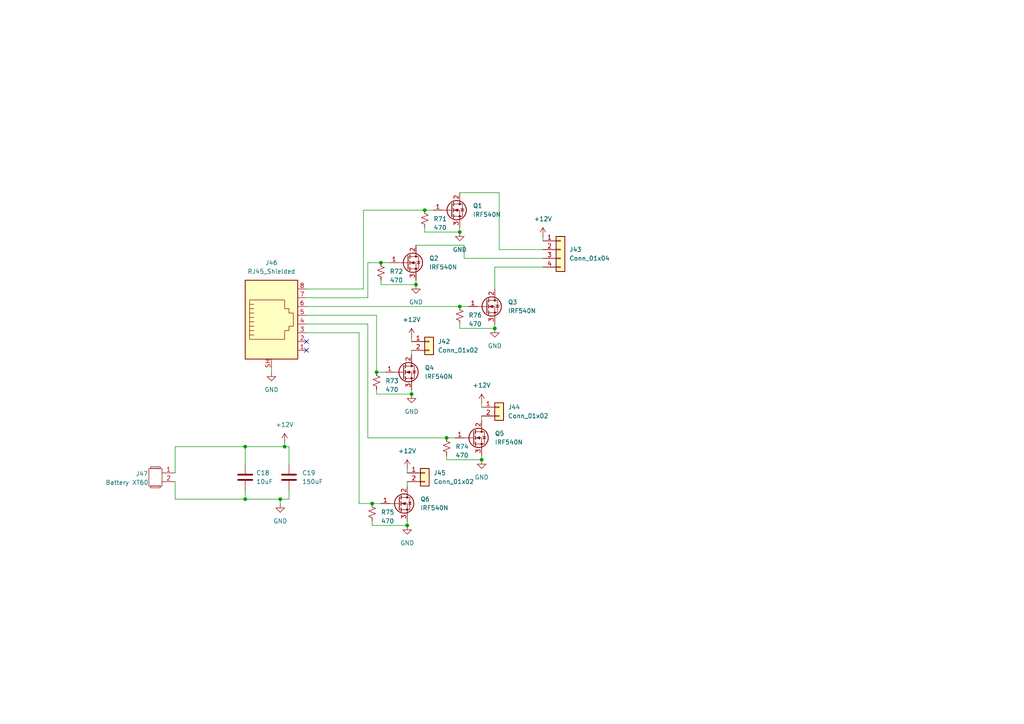
<source format=kicad_sch>
(kicad_sch
	(version 20231120)
	(generator "eeschema")
	(generator_version "8.0")
	(uuid "077f569c-504f-4560-a3a1-2c4116ed2543")
	(paper "A4")
	(lib_symbols
		(symbol "2PinHeader_2"
			(exclude_from_sim no)
			(in_bom yes)
			(on_board yes)
			(property "Reference" "J9"
				(at -1.905 0.635 0)
				(effects
					(font
						(size 1.27 1.27)
					)
				)
			)
			(property "Value" "2PinHeader"
				(at -1.905 -1.905 0)
				(effects
					(font
						(size 1.27 1.27)
					)
				)
			)
			(property "Footprint" "ATVProject_Library:2 Pin Header"
				(at 0 0 0)
				(effects
					(font
						(size 1.27 1.27)
					)
					(hide yes)
				)
			)
			(property "Datasheet" ""
				(at 0 0 0)
				(effects
					(font
						(size 1.27 1.27)
					)
					(hide yes)
				)
			)
			(property "Description" ""
				(at 0 0 0)
				(effects
					(font
						(size 1.27 1.27)
					)
					(hide yes)
				)
			)
			(symbol "2PinHeader_2_0_1"
				(rectangle
					(start -3.81 -5.08)
					(end 0 -10.16)
					(stroke
						(width 0)
						(type default)
					)
					(fill
						(type none)
					)
				)
				(rectangle
					(start -3.302 -10.16)
					(end -0.508 -10.668)
					(stroke
						(width 0)
						(type default)
					)
					(fill
						(type none)
					)
				)
				(rectangle
					(start -3.302 -4.572)
					(end -0.508 -5.08)
					(stroke
						(width 0)
						(type default)
					)
					(fill
						(type none)
					)
				)
			)
			(symbol "2PinHeader_2_1_1"
				(pin passive line
					(at 3.81 -6.35 180)
					(length 3.81)
					(name "~"
						(effects
							(font
								(size 1.27 1.27)
							)
						)
					)
					(number "1"
						(effects
							(font
								(size 1.27 1.27)
							)
						)
					)
				)
				(pin passive line
					(at 3.81 -8.89 180)
					(length 3.81)
					(name "~"
						(effects
							(font
								(size 1.27 1.27)
							)
						)
					)
					(number "2"
						(effects
							(font
								(size 1.27 1.27)
							)
						)
					)
				)
			)
		)
		(symbol "Connector:RJ45_Shielded"
			(pin_names
				(offset 1.016)
			)
			(exclude_from_sim no)
			(in_bom yes)
			(on_board yes)
			(property "Reference" "J"
				(at -5.08 13.97 0)
				(effects
					(font
						(size 1.27 1.27)
					)
					(justify right)
				)
			)
			(property "Value" "RJ45_Shielded"
				(at 2.54 13.97 0)
				(effects
					(font
						(size 1.27 1.27)
					)
					(justify left)
				)
			)
			(property "Footprint" ""
				(at 0 0.635 90)
				(effects
					(font
						(size 1.27 1.27)
					)
					(hide yes)
				)
			)
			(property "Datasheet" "~"
				(at 0 0.635 90)
				(effects
					(font
						(size 1.27 1.27)
					)
					(hide yes)
				)
			)
			(property "Description" "RJ connector, 8P8C (8 positions 8 connected), Shielded"
				(at 0 0 0)
				(effects
					(font
						(size 1.27 1.27)
					)
					(hide yes)
				)
			)
			(property "ki_keywords" "8P8C RJ jack socket connector"
				(at 0 0 0)
				(effects
					(font
						(size 1.27 1.27)
					)
					(hide yes)
				)
			)
			(property "ki_fp_filters" "8P8C* RJ31* RJ32* RJ33* RJ34* RJ35* RJ41* RJ45* RJ49* RJ61*"
				(at 0 0 0)
				(effects
					(font
						(size 1.27 1.27)
					)
					(hide yes)
				)
			)
			(symbol "RJ45_Shielded_0_1"
				(polyline
					(pts
						(xy -5.08 4.445) (xy -6.35 4.445)
					)
					(stroke
						(width 0)
						(type default)
					)
					(fill
						(type none)
					)
				)
				(polyline
					(pts
						(xy -5.08 5.715) (xy -6.35 5.715)
					)
					(stroke
						(width 0)
						(type default)
					)
					(fill
						(type none)
					)
				)
				(polyline
					(pts
						(xy -6.35 -3.175) (xy -5.08 -3.175) (xy -5.08 -3.175)
					)
					(stroke
						(width 0)
						(type default)
					)
					(fill
						(type none)
					)
				)
				(polyline
					(pts
						(xy -6.35 -1.905) (xy -5.08 -1.905) (xy -5.08 -1.905)
					)
					(stroke
						(width 0)
						(type default)
					)
					(fill
						(type none)
					)
				)
				(polyline
					(pts
						(xy -6.35 -0.635) (xy -5.08 -0.635) (xy -5.08 -0.635)
					)
					(stroke
						(width 0)
						(type default)
					)
					(fill
						(type none)
					)
				)
				(polyline
					(pts
						(xy -6.35 0.635) (xy -5.08 0.635) (xy -5.08 0.635)
					)
					(stroke
						(width 0)
						(type default)
					)
					(fill
						(type none)
					)
				)
				(polyline
					(pts
						(xy -6.35 1.905) (xy -5.08 1.905) (xy -5.08 1.905)
					)
					(stroke
						(width 0)
						(type default)
					)
					(fill
						(type none)
					)
				)
				(polyline
					(pts
						(xy -5.08 3.175) (xy -6.35 3.175) (xy -6.35 3.175)
					)
					(stroke
						(width 0)
						(type default)
					)
					(fill
						(type none)
					)
				)
				(polyline
					(pts
						(xy -6.35 -4.445) (xy -6.35 6.985) (xy 3.81 6.985) (xy 3.81 4.445) (xy 5.08 4.445) (xy 5.08 3.175)
						(xy 6.35 3.175) (xy 6.35 -0.635) (xy 5.08 -0.635) (xy 5.08 -1.905) (xy 3.81 -1.905) (xy 3.81 -4.445)
						(xy -6.35 -4.445) (xy -6.35 -4.445)
					)
					(stroke
						(width 0)
						(type default)
					)
					(fill
						(type none)
					)
				)
				(rectangle
					(start 7.62 12.7)
					(end -7.62 -10.16)
					(stroke
						(width 0.254)
						(type default)
					)
					(fill
						(type background)
					)
				)
			)
			(symbol "RJ45_Shielded_1_1"
				(pin passive line
					(at 10.16 -7.62 180)
					(length 2.54)
					(name "~"
						(effects
							(font
								(size 1.27 1.27)
							)
						)
					)
					(number "1"
						(effects
							(font
								(size 1.27 1.27)
							)
						)
					)
				)
				(pin passive line
					(at 10.16 -5.08 180)
					(length 2.54)
					(name "~"
						(effects
							(font
								(size 1.27 1.27)
							)
						)
					)
					(number "2"
						(effects
							(font
								(size 1.27 1.27)
							)
						)
					)
				)
				(pin passive line
					(at 10.16 -2.54 180)
					(length 2.54)
					(name "~"
						(effects
							(font
								(size 1.27 1.27)
							)
						)
					)
					(number "3"
						(effects
							(font
								(size 1.27 1.27)
							)
						)
					)
				)
				(pin passive line
					(at 10.16 0 180)
					(length 2.54)
					(name "~"
						(effects
							(font
								(size 1.27 1.27)
							)
						)
					)
					(number "4"
						(effects
							(font
								(size 1.27 1.27)
							)
						)
					)
				)
				(pin passive line
					(at 10.16 2.54 180)
					(length 2.54)
					(name "~"
						(effects
							(font
								(size 1.27 1.27)
							)
						)
					)
					(number "5"
						(effects
							(font
								(size 1.27 1.27)
							)
						)
					)
				)
				(pin passive line
					(at 10.16 5.08 180)
					(length 2.54)
					(name "~"
						(effects
							(font
								(size 1.27 1.27)
							)
						)
					)
					(number "6"
						(effects
							(font
								(size 1.27 1.27)
							)
						)
					)
				)
				(pin passive line
					(at 10.16 7.62 180)
					(length 2.54)
					(name "~"
						(effects
							(font
								(size 1.27 1.27)
							)
						)
					)
					(number "7"
						(effects
							(font
								(size 1.27 1.27)
							)
						)
					)
				)
				(pin passive line
					(at 10.16 10.16 180)
					(length 2.54)
					(name "~"
						(effects
							(font
								(size 1.27 1.27)
							)
						)
					)
					(number "8"
						(effects
							(font
								(size 1.27 1.27)
							)
						)
					)
				)
				(pin passive line
					(at 0 -12.7 90)
					(length 2.54)
					(name "~"
						(effects
							(font
								(size 1.27 1.27)
							)
						)
					)
					(number "SH"
						(effects
							(font
								(size 1.27 1.27)
							)
						)
					)
				)
			)
		)
		(symbol "Connector_Generic:Conn_01x02"
			(pin_names
				(offset 1.016) hide)
			(exclude_from_sim no)
			(in_bom yes)
			(on_board yes)
			(property "Reference" "J"
				(at 0 2.54 0)
				(effects
					(font
						(size 1.27 1.27)
					)
				)
			)
			(property "Value" "Conn_01x02"
				(at 0 -5.08 0)
				(effects
					(font
						(size 1.27 1.27)
					)
				)
			)
			(property "Footprint" ""
				(at 0 0 0)
				(effects
					(font
						(size 1.27 1.27)
					)
					(hide yes)
				)
			)
			(property "Datasheet" "~"
				(at 0 0 0)
				(effects
					(font
						(size 1.27 1.27)
					)
					(hide yes)
				)
			)
			(property "Description" "Generic connector, single row, 01x02, script generated (kicad-library-utils/schlib/autogen/connector/)"
				(at 0 0 0)
				(effects
					(font
						(size 1.27 1.27)
					)
					(hide yes)
				)
			)
			(property "ki_keywords" "connector"
				(at 0 0 0)
				(effects
					(font
						(size 1.27 1.27)
					)
					(hide yes)
				)
			)
			(property "ki_fp_filters" "Connector*:*_1x??_*"
				(at 0 0 0)
				(effects
					(font
						(size 1.27 1.27)
					)
					(hide yes)
				)
			)
			(symbol "Conn_01x02_1_1"
				(rectangle
					(start -1.27 -2.413)
					(end 0 -2.667)
					(stroke
						(width 0.1524)
						(type default)
					)
					(fill
						(type none)
					)
				)
				(rectangle
					(start -1.27 0.127)
					(end 0 -0.127)
					(stroke
						(width 0.1524)
						(type default)
					)
					(fill
						(type none)
					)
				)
				(rectangle
					(start -1.27 1.27)
					(end 1.27 -3.81)
					(stroke
						(width 0.254)
						(type default)
					)
					(fill
						(type background)
					)
				)
				(pin passive line
					(at -5.08 0 0)
					(length 3.81)
					(name "Pin_1"
						(effects
							(font
								(size 1.27 1.27)
							)
						)
					)
					(number "1"
						(effects
							(font
								(size 1.27 1.27)
							)
						)
					)
				)
				(pin passive line
					(at -5.08 -2.54 0)
					(length 3.81)
					(name "Pin_2"
						(effects
							(font
								(size 1.27 1.27)
							)
						)
					)
					(number "2"
						(effects
							(font
								(size 1.27 1.27)
							)
						)
					)
				)
			)
		)
		(symbol "Connector_Generic:Conn_01x04"
			(pin_names
				(offset 1.016) hide)
			(exclude_from_sim no)
			(in_bom yes)
			(on_board yes)
			(property "Reference" "J"
				(at 0 5.08 0)
				(effects
					(font
						(size 1.27 1.27)
					)
				)
			)
			(property "Value" "Conn_01x04"
				(at 0 -7.62 0)
				(effects
					(font
						(size 1.27 1.27)
					)
				)
			)
			(property "Footprint" ""
				(at 0 0 0)
				(effects
					(font
						(size 1.27 1.27)
					)
					(hide yes)
				)
			)
			(property "Datasheet" "~"
				(at 0 0 0)
				(effects
					(font
						(size 1.27 1.27)
					)
					(hide yes)
				)
			)
			(property "Description" "Generic connector, single row, 01x04, script generated (kicad-library-utils/schlib/autogen/connector/)"
				(at 0 0 0)
				(effects
					(font
						(size 1.27 1.27)
					)
					(hide yes)
				)
			)
			(property "ki_keywords" "connector"
				(at 0 0 0)
				(effects
					(font
						(size 1.27 1.27)
					)
					(hide yes)
				)
			)
			(property "ki_fp_filters" "Connector*:*_1x??_*"
				(at 0 0 0)
				(effects
					(font
						(size 1.27 1.27)
					)
					(hide yes)
				)
			)
			(symbol "Conn_01x04_1_1"
				(rectangle
					(start -1.27 -4.953)
					(end 0 -5.207)
					(stroke
						(width 0.1524)
						(type default)
					)
					(fill
						(type none)
					)
				)
				(rectangle
					(start -1.27 -2.413)
					(end 0 -2.667)
					(stroke
						(width 0.1524)
						(type default)
					)
					(fill
						(type none)
					)
				)
				(rectangle
					(start -1.27 0.127)
					(end 0 -0.127)
					(stroke
						(width 0.1524)
						(type default)
					)
					(fill
						(type none)
					)
				)
				(rectangle
					(start -1.27 2.667)
					(end 0 2.413)
					(stroke
						(width 0.1524)
						(type default)
					)
					(fill
						(type none)
					)
				)
				(rectangle
					(start -1.27 3.81)
					(end 1.27 -6.35)
					(stroke
						(width 0.254)
						(type default)
					)
					(fill
						(type background)
					)
				)
				(pin passive line
					(at -5.08 2.54 0)
					(length 3.81)
					(name "Pin_1"
						(effects
							(font
								(size 1.27 1.27)
							)
						)
					)
					(number "1"
						(effects
							(font
								(size 1.27 1.27)
							)
						)
					)
				)
				(pin passive line
					(at -5.08 0 0)
					(length 3.81)
					(name "Pin_2"
						(effects
							(font
								(size 1.27 1.27)
							)
						)
					)
					(number "2"
						(effects
							(font
								(size 1.27 1.27)
							)
						)
					)
				)
				(pin passive line
					(at -5.08 -2.54 0)
					(length 3.81)
					(name "Pin_3"
						(effects
							(font
								(size 1.27 1.27)
							)
						)
					)
					(number "3"
						(effects
							(font
								(size 1.27 1.27)
							)
						)
					)
				)
				(pin passive line
					(at -5.08 -5.08 0)
					(length 3.81)
					(name "Pin_4"
						(effects
							(font
								(size 1.27 1.27)
							)
						)
					)
					(number "4"
						(effects
							(font
								(size 1.27 1.27)
							)
						)
					)
				)
			)
		)
		(symbol "Device:C"
			(pin_numbers hide)
			(pin_names
				(offset 0.254)
			)
			(exclude_from_sim no)
			(in_bom yes)
			(on_board yes)
			(property "Reference" "C"
				(at 0.635 2.54 0)
				(effects
					(font
						(size 1.27 1.27)
					)
					(justify left)
				)
			)
			(property "Value" "C"
				(at 0.635 -2.54 0)
				(effects
					(font
						(size 1.27 1.27)
					)
					(justify left)
				)
			)
			(property "Footprint" ""
				(at 0.9652 -3.81 0)
				(effects
					(font
						(size 1.27 1.27)
					)
					(hide yes)
				)
			)
			(property "Datasheet" "~"
				(at 0 0 0)
				(effects
					(font
						(size 1.27 1.27)
					)
					(hide yes)
				)
			)
			(property "Description" "Unpolarized capacitor"
				(at 0 0 0)
				(effects
					(font
						(size 1.27 1.27)
					)
					(hide yes)
				)
			)
			(property "ki_keywords" "cap capacitor"
				(at 0 0 0)
				(effects
					(font
						(size 1.27 1.27)
					)
					(hide yes)
				)
			)
			(property "ki_fp_filters" "C_*"
				(at 0 0 0)
				(effects
					(font
						(size 1.27 1.27)
					)
					(hide yes)
				)
			)
			(symbol "C_0_1"
				(polyline
					(pts
						(xy -2.032 -0.762) (xy 2.032 -0.762)
					)
					(stroke
						(width 0.508)
						(type default)
					)
					(fill
						(type none)
					)
				)
				(polyline
					(pts
						(xy -2.032 0.762) (xy 2.032 0.762)
					)
					(stroke
						(width 0.508)
						(type default)
					)
					(fill
						(type none)
					)
				)
			)
			(symbol "C_1_1"
				(pin passive line
					(at 0 3.81 270)
					(length 2.794)
					(name "~"
						(effects
							(font
								(size 1.27 1.27)
							)
						)
					)
					(number "1"
						(effects
							(font
								(size 1.27 1.27)
							)
						)
					)
				)
				(pin passive line
					(at 0 -3.81 90)
					(length 2.794)
					(name "~"
						(effects
							(font
								(size 1.27 1.27)
							)
						)
					)
					(number "2"
						(effects
							(font
								(size 1.27 1.27)
							)
						)
					)
				)
			)
		)
		(symbol "Device:R_Small_US"
			(pin_numbers hide)
			(pin_names
				(offset 0.254) hide)
			(exclude_from_sim no)
			(in_bom yes)
			(on_board yes)
			(property "Reference" "R"
				(at 0.762 0.508 0)
				(effects
					(font
						(size 1.27 1.27)
					)
					(justify left)
				)
			)
			(property "Value" "R_Small_US"
				(at 0.762 -1.016 0)
				(effects
					(font
						(size 1.27 1.27)
					)
					(justify left)
				)
			)
			(property "Footprint" ""
				(at 0 0 0)
				(effects
					(font
						(size 1.27 1.27)
					)
					(hide yes)
				)
			)
			(property "Datasheet" "~"
				(at 0 0 0)
				(effects
					(font
						(size 1.27 1.27)
					)
					(hide yes)
				)
			)
			(property "Description" "Resistor, small US symbol"
				(at 0 0 0)
				(effects
					(font
						(size 1.27 1.27)
					)
					(hide yes)
				)
			)
			(property "ki_keywords" "r resistor"
				(at 0 0 0)
				(effects
					(font
						(size 1.27 1.27)
					)
					(hide yes)
				)
			)
			(property "ki_fp_filters" "R_*"
				(at 0 0 0)
				(effects
					(font
						(size 1.27 1.27)
					)
					(hide yes)
				)
			)
			(symbol "R_Small_US_1_1"
				(polyline
					(pts
						(xy 0 0) (xy 1.016 -0.381) (xy 0 -0.762) (xy -1.016 -1.143) (xy 0 -1.524)
					)
					(stroke
						(width 0)
						(type default)
					)
					(fill
						(type none)
					)
				)
				(polyline
					(pts
						(xy 0 1.524) (xy 1.016 1.143) (xy 0 0.762) (xy -1.016 0.381) (xy 0 0)
					)
					(stroke
						(width 0)
						(type default)
					)
					(fill
						(type none)
					)
				)
				(pin passive line
					(at 0 2.54 270)
					(length 1.016)
					(name "~"
						(effects
							(font
								(size 1.27 1.27)
							)
						)
					)
					(number "1"
						(effects
							(font
								(size 1.27 1.27)
							)
						)
					)
				)
				(pin passive line
					(at 0 -2.54 90)
					(length 1.016)
					(name "~"
						(effects
							(font
								(size 1.27 1.27)
							)
						)
					)
					(number "2"
						(effects
							(font
								(size 1.27 1.27)
							)
						)
					)
				)
			)
		)
		(symbol "Transistor_FET:IRF540N"
			(pin_names hide)
			(exclude_from_sim no)
			(in_bom yes)
			(on_board yes)
			(property "Reference" "Q"
				(at 5.08 1.905 0)
				(effects
					(font
						(size 1.27 1.27)
					)
					(justify left)
				)
			)
			(property "Value" "IRF540N"
				(at 5.08 0 0)
				(effects
					(font
						(size 1.27 1.27)
					)
					(justify left)
				)
			)
			(property "Footprint" "Package_TO_SOT_THT:TO-220-3_Vertical"
				(at 5.08 -1.905 0)
				(effects
					(font
						(size 1.27 1.27)
						(italic yes)
					)
					(justify left)
					(hide yes)
				)
			)
			(property "Datasheet" "http://www.irf.com/product-info/datasheets/data/irf540n.pdf"
				(at 5.08 -3.81 0)
				(effects
					(font
						(size 1.27 1.27)
					)
					(justify left)
					(hide yes)
				)
			)
			(property "Description" "33A Id, 100V Vds, HEXFET N-Channel MOSFET, TO-220"
				(at 0 0 0)
				(effects
					(font
						(size 1.27 1.27)
					)
					(hide yes)
				)
			)
			(property "ki_keywords" "HEXFET N-Channel MOSFET"
				(at 0 0 0)
				(effects
					(font
						(size 1.27 1.27)
					)
					(hide yes)
				)
			)
			(property "ki_fp_filters" "TO?220*"
				(at 0 0 0)
				(effects
					(font
						(size 1.27 1.27)
					)
					(hide yes)
				)
			)
			(symbol "IRF540N_0_1"
				(polyline
					(pts
						(xy 0.254 0) (xy -2.54 0)
					)
					(stroke
						(width 0)
						(type default)
					)
					(fill
						(type none)
					)
				)
				(polyline
					(pts
						(xy 0.254 1.905) (xy 0.254 -1.905)
					)
					(stroke
						(width 0.254)
						(type default)
					)
					(fill
						(type none)
					)
				)
				(polyline
					(pts
						(xy 0.762 -1.27) (xy 0.762 -2.286)
					)
					(stroke
						(width 0.254)
						(type default)
					)
					(fill
						(type none)
					)
				)
				(polyline
					(pts
						(xy 0.762 0.508) (xy 0.762 -0.508)
					)
					(stroke
						(width 0.254)
						(type default)
					)
					(fill
						(type none)
					)
				)
				(polyline
					(pts
						(xy 0.762 2.286) (xy 0.762 1.27)
					)
					(stroke
						(width 0.254)
						(type default)
					)
					(fill
						(type none)
					)
				)
				(polyline
					(pts
						(xy 2.54 2.54) (xy 2.54 1.778)
					)
					(stroke
						(width 0)
						(type default)
					)
					(fill
						(type none)
					)
				)
				(polyline
					(pts
						(xy 2.54 -2.54) (xy 2.54 0) (xy 0.762 0)
					)
					(stroke
						(width 0)
						(type default)
					)
					(fill
						(type none)
					)
				)
				(polyline
					(pts
						(xy 0.762 -1.778) (xy 3.302 -1.778) (xy 3.302 1.778) (xy 0.762 1.778)
					)
					(stroke
						(width 0)
						(type default)
					)
					(fill
						(type none)
					)
				)
				(polyline
					(pts
						(xy 1.016 0) (xy 2.032 0.381) (xy 2.032 -0.381) (xy 1.016 0)
					)
					(stroke
						(width 0)
						(type default)
					)
					(fill
						(type outline)
					)
				)
				(polyline
					(pts
						(xy 2.794 0.508) (xy 2.921 0.381) (xy 3.683 0.381) (xy 3.81 0.254)
					)
					(stroke
						(width 0)
						(type default)
					)
					(fill
						(type none)
					)
				)
				(polyline
					(pts
						(xy 3.302 0.381) (xy 2.921 -0.254) (xy 3.683 -0.254) (xy 3.302 0.381)
					)
					(stroke
						(width 0)
						(type default)
					)
					(fill
						(type none)
					)
				)
				(circle
					(center 1.651 0)
					(radius 2.794)
					(stroke
						(width 0.254)
						(type default)
					)
					(fill
						(type none)
					)
				)
				(circle
					(center 2.54 -1.778)
					(radius 0.254)
					(stroke
						(width 0)
						(type default)
					)
					(fill
						(type outline)
					)
				)
				(circle
					(center 2.54 1.778)
					(radius 0.254)
					(stroke
						(width 0)
						(type default)
					)
					(fill
						(type outline)
					)
				)
			)
			(symbol "IRF540N_1_1"
				(pin input line
					(at -5.08 0 0)
					(length 2.54)
					(name "G"
						(effects
							(font
								(size 1.27 1.27)
							)
						)
					)
					(number "1"
						(effects
							(font
								(size 1.27 1.27)
							)
						)
					)
				)
				(pin passive line
					(at 2.54 5.08 270)
					(length 2.54)
					(name "D"
						(effects
							(font
								(size 1.27 1.27)
							)
						)
					)
					(number "2"
						(effects
							(font
								(size 1.27 1.27)
							)
						)
					)
				)
				(pin passive line
					(at 2.54 -5.08 90)
					(length 2.54)
					(name "S"
						(effects
							(font
								(size 1.27 1.27)
							)
						)
					)
					(number "3"
						(effects
							(font
								(size 1.27 1.27)
							)
						)
					)
				)
			)
		)
		(symbol "power:+12V"
			(power)
			(pin_numbers hide)
			(pin_names
				(offset 0) hide)
			(exclude_from_sim no)
			(in_bom yes)
			(on_board yes)
			(property "Reference" "#PWR"
				(at 0 -3.81 0)
				(effects
					(font
						(size 1.27 1.27)
					)
					(hide yes)
				)
			)
			(property "Value" "+12V"
				(at 0 3.556 0)
				(effects
					(font
						(size 1.27 1.27)
					)
				)
			)
			(property "Footprint" ""
				(at 0 0 0)
				(effects
					(font
						(size 1.27 1.27)
					)
					(hide yes)
				)
			)
			(property "Datasheet" ""
				(at 0 0 0)
				(effects
					(font
						(size 1.27 1.27)
					)
					(hide yes)
				)
			)
			(property "Description" "Power symbol creates a global label with name \"+12V\""
				(at 0 0 0)
				(effects
					(font
						(size 1.27 1.27)
					)
					(hide yes)
				)
			)
			(property "ki_keywords" "global power"
				(at 0 0 0)
				(effects
					(font
						(size 1.27 1.27)
					)
					(hide yes)
				)
			)
			(symbol "+12V_0_1"
				(polyline
					(pts
						(xy -0.762 1.27) (xy 0 2.54)
					)
					(stroke
						(width 0)
						(type default)
					)
					(fill
						(type none)
					)
				)
				(polyline
					(pts
						(xy 0 0) (xy 0 2.54)
					)
					(stroke
						(width 0)
						(type default)
					)
					(fill
						(type none)
					)
				)
				(polyline
					(pts
						(xy 0 2.54) (xy 0.762 1.27)
					)
					(stroke
						(width 0)
						(type default)
					)
					(fill
						(type none)
					)
				)
			)
			(symbol "+12V_1_1"
				(pin power_in line
					(at 0 0 90)
					(length 0)
					(name "~"
						(effects
							(font
								(size 1.27 1.27)
							)
						)
					)
					(number "1"
						(effects
							(font
								(size 1.27 1.27)
							)
						)
					)
				)
			)
		)
		(symbol "power:GND"
			(power)
			(pin_numbers hide)
			(pin_names
				(offset 0) hide)
			(exclude_from_sim no)
			(in_bom yes)
			(on_board yes)
			(property "Reference" "#PWR"
				(at 0 -6.35 0)
				(effects
					(font
						(size 1.27 1.27)
					)
					(hide yes)
				)
			)
			(property "Value" "GND"
				(at 0 -3.81 0)
				(effects
					(font
						(size 1.27 1.27)
					)
				)
			)
			(property "Footprint" ""
				(at 0 0 0)
				(effects
					(font
						(size 1.27 1.27)
					)
					(hide yes)
				)
			)
			(property "Datasheet" ""
				(at 0 0 0)
				(effects
					(font
						(size 1.27 1.27)
					)
					(hide yes)
				)
			)
			(property "Description" "Power symbol creates a global label with name \"GND\" , ground"
				(at 0 0 0)
				(effects
					(font
						(size 1.27 1.27)
					)
					(hide yes)
				)
			)
			(property "ki_keywords" "global power"
				(at 0 0 0)
				(effects
					(font
						(size 1.27 1.27)
					)
					(hide yes)
				)
			)
			(symbol "GND_0_1"
				(polyline
					(pts
						(xy 0 0) (xy 0 -1.27) (xy 1.27 -1.27) (xy 0 -2.54) (xy -1.27 -1.27) (xy 0 -1.27)
					)
					(stroke
						(width 0)
						(type default)
					)
					(fill
						(type none)
					)
				)
			)
			(symbol "GND_1_1"
				(pin power_in line
					(at 0 0 270)
					(length 0)
					(name "~"
						(effects
							(font
								(size 1.27 1.27)
							)
						)
					)
					(number "1"
						(effects
							(font
								(size 1.27 1.27)
							)
						)
					)
				)
			)
		)
	)
	(junction
		(at 118.11 152.4)
		(diameter 0)
		(color 0 0 0 0)
		(uuid "0e5fb29c-fb6f-4faa-8a98-d53662bcce8c")
	)
	(junction
		(at 143.51 95.25)
		(diameter 0)
		(color 0 0 0 0)
		(uuid "13a9c664-9741-42d5-8178-f397d5907fd5")
	)
	(junction
		(at 71.12 144.78)
		(diameter 0)
		(color 0 0 0 0)
		(uuid "2ee65d34-4d7c-4b60-9204-f9940523dc3a")
	)
	(junction
		(at 129.54 127)
		(diameter 0)
		(color 0 0 0 0)
		(uuid "3599f0f6-5262-4a25-9e7d-3618cd966c0b")
	)
	(junction
		(at 71.12 129.54)
		(diameter 0)
		(color 0 0 0 0)
		(uuid "5aa19f8e-971a-47e8-bf70-877665d1c206")
	)
	(junction
		(at 133.35 67.31)
		(diameter 0)
		(color 0 0 0 0)
		(uuid "69c9eb21-27b6-4e1e-bdd7-1e3ae1f66887")
	)
	(junction
		(at 81.28 144.78)
		(diameter 0)
		(color 0 0 0 0)
		(uuid "7835df1f-ecb5-48fd-8226-2260739763c5")
	)
	(junction
		(at 133.35 88.9)
		(diameter 0)
		(color 0 0 0 0)
		(uuid "787683c3-fcda-4cc0-a6e4-7f7e470d1689")
	)
	(junction
		(at 119.38 114.3)
		(diameter 0)
		(color 0 0 0 0)
		(uuid "7cbd23e1-a2bc-4d57-821e-8de17bd21124")
	)
	(junction
		(at 110.49 76.2)
		(diameter 0)
		(color 0 0 0 0)
		(uuid "93c9986a-8f14-48b6-ac09-022bb2273257")
	)
	(junction
		(at 107.95 146.05)
		(diameter 0)
		(color 0 0 0 0)
		(uuid "a6dad5a3-81a4-4463-9488-bacca4a758ed")
	)
	(junction
		(at 82.55 129.54)
		(diameter 0)
		(color 0 0 0 0)
		(uuid "aed927a7-8b6e-4cbc-8e3f-7874bd6cec12")
	)
	(junction
		(at 109.22 107.95)
		(diameter 0)
		(color 0 0 0 0)
		(uuid "cf611a60-6a4a-48ce-8ae4-256e6843d128")
	)
	(junction
		(at 123.19 60.96)
		(diameter 0)
		(color 0 0 0 0)
		(uuid "d2ed1488-6a6f-4052-91dd-81b62308e584")
	)
	(junction
		(at 120.65 82.55)
		(diameter 0)
		(color 0 0 0 0)
		(uuid "de2242ed-9c61-49d5-95fa-c5e4e071da97")
	)
	(junction
		(at 139.7 133.35)
		(diameter 0)
		(color 0 0 0 0)
		(uuid "f07dfb1f-f051-414e-8c36-f4fb3d27039e")
	)
	(no_connect
		(at 88.9 101.6)
		(uuid "2ef1b6f9-e9ab-43b2-bcdd-5e02882cf2f5")
	)
	(no_connect
		(at 88.9 99.06)
		(uuid "ea456e84-2e4f-4934-9a5b-8e7535d8f49b")
	)
	(wire
		(pts
			(xy 50.8 137.16) (xy 50.8 129.54)
		)
		(stroke
			(width 0)
			(type default)
		)
		(uuid "004e3731-c62a-45ac-a122-51cc5e467962")
	)
	(wire
		(pts
			(xy 143.51 83.82) (xy 143.51 77.47)
		)
		(stroke
			(width 0)
			(type default)
		)
		(uuid "010cef5b-627c-4ecb-aeff-f5383b5cae23")
	)
	(wire
		(pts
			(xy 50.8 129.54) (xy 71.12 129.54)
		)
		(stroke
			(width 0)
			(type default)
		)
		(uuid "07ad9993-de3e-4104-bf6f-d5ff4122c665")
	)
	(wire
		(pts
			(xy 143.51 93.98) (xy 143.51 95.25)
		)
		(stroke
			(width 0)
			(type default)
		)
		(uuid "0feb89ee-008c-4ff6-a63e-a75c769eb2a9")
	)
	(wire
		(pts
			(xy 118.11 135.89) (xy 118.11 137.16)
		)
		(stroke
			(width 0)
			(type default)
		)
		(uuid "10b39d51-3c92-4cbe-8872-8d95afe17481")
	)
	(wire
		(pts
			(xy 88.9 88.9) (xy 133.35 88.9)
		)
		(stroke
			(width 0)
			(type default)
		)
		(uuid "2436321b-8e42-4c69-bfe2-08124a08cb92")
	)
	(wire
		(pts
			(xy 109.22 113.03) (xy 109.22 114.3)
		)
		(stroke
			(width 0)
			(type default)
		)
		(uuid "2852c56e-6f4e-45ad-becd-a4382b8b8cb4")
	)
	(wire
		(pts
			(xy 134.62 71.12) (xy 134.62 74.93)
		)
		(stroke
			(width 0)
			(type default)
		)
		(uuid "29df24fe-2887-4ea2-bd93-e1453f03121b")
	)
	(wire
		(pts
			(xy 119.38 113.03) (xy 119.38 114.3)
		)
		(stroke
			(width 0)
			(type default)
		)
		(uuid "2a8abede-412a-42cf-8560-dba5fd27ca16")
	)
	(wire
		(pts
			(xy 107.95 146.05) (xy 110.49 146.05)
		)
		(stroke
			(width 0)
			(type default)
		)
		(uuid "30cff1b4-e369-483f-b97a-c2a68ea9c27d")
	)
	(wire
		(pts
			(xy 104.14 146.05) (xy 104.14 96.52)
		)
		(stroke
			(width 0)
			(type default)
		)
		(uuid "3316ff01-8c83-4948-990b-4b90c7f0e35a")
	)
	(wire
		(pts
			(xy 139.7 132.08) (xy 139.7 133.35)
		)
		(stroke
			(width 0)
			(type default)
		)
		(uuid "383cc512-d7a2-42b5-83c9-a52b763b620f")
	)
	(wire
		(pts
			(xy 129.54 132.08) (xy 129.54 133.35)
		)
		(stroke
			(width 0)
			(type default)
		)
		(uuid "3911e586-37e7-49dc-bf1e-30303b5fce93")
	)
	(wire
		(pts
			(xy 109.22 91.44) (xy 88.9 91.44)
		)
		(stroke
			(width 0)
			(type default)
		)
		(uuid "39c41b27-85ac-4dc8-a49b-997069f6b830")
	)
	(wire
		(pts
			(xy 143.51 77.47) (xy 157.48 77.47)
		)
		(stroke
			(width 0)
			(type default)
		)
		(uuid "444ec0a6-ef67-4978-83ba-6c0e6cc228df")
	)
	(wire
		(pts
			(xy 71.12 142.24) (xy 71.12 144.78)
		)
		(stroke
			(width 0)
			(type default)
		)
		(uuid "461c0573-e748-4bc2-96d3-dfccbf1b98e2")
	)
	(wire
		(pts
			(xy 120.65 71.12) (xy 134.62 71.12)
		)
		(stroke
			(width 0)
			(type default)
		)
		(uuid "4c75c769-7270-48d2-9374-c6630003609f")
	)
	(wire
		(pts
			(xy 81.28 146.05) (xy 81.28 144.78)
		)
		(stroke
			(width 0)
			(type default)
		)
		(uuid "4d645d34-ae50-4cbd-95a6-0d3f1e4882a8")
	)
	(wire
		(pts
			(xy 107.95 152.4) (xy 118.11 152.4)
		)
		(stroke
			(width 0)
			(type default)
		)
		(uuid "4e247551-5bc9-4781-be5f-f79e81417d3b")
	)
	(wire
		(pts
			(xy 50.8 144.78) (xy 71.12 144.78)
		)
		(stroke
			(width 0)
			(type default)
		)
		(uuid "51084c73-abc4-42cc-a2ef-78d4463b67a8")
	)
	(wire
		(pts
			(xy 81.28 144.78) (xy 83.82 144.78)
		)
		(stroke
			(width 0)
			(type default)
		)
		(uuid "54049b27-5d3e-42bd-ad9f-447efe639017")
	)
	(wire
		(pts
			(xy 50.8 139.7) (xy 50.8 144.78)
		)
		(stroke
			(width 0)
			(type default)
		)
		(uuid "5813b1ab-aea5-451c-ae22-2803725f52d7")
	)
	(wire
		(pts
			(xy 133.35 95.25) (xy 143.51 95.25)
		)
		(stroke
			(width 0)
			(type default)
		)
		(uuid "592ebbff-8678-41e5-bf38-79afffb6399a")
	)
	(wire
		(pts
			(xy 109.22 107.95) (xy 111.76 107.95)
		)
		(stroke
			(width 0)
			(type default)
		)
		(uuid "5990921f-3997-42a0-8cf6-591ec98eea5d")
	)
	(wire
		(pts
			(xy 82.55 129.54) (xy 83.82 129.54)
		)
		(stroke
			(width 0)
			(type default)
		)
		(uuid "5dc912e2-4cd3-4838-8a98-39e699f235f4")
	)
	(wire
		(pts
			(xy 118.11 151.13) (xy 118.11 152.4)
		)
		(stroke
			(width 0)
			(type default)
		)
		(uuid "5e711a1c-ea35-4c6e-b1d9-1e6ef48bfdcb")
	)
	(wire
		(pts
			(xy 129.54 127) (xy 106.68 127)
		)
		(stroke
			(width 0)
			(type default)
		)
		(uuid "60981533-2954-4c4c-8402-77844863f622")
	)
	(wire
		(pts
			(xy 133.35 88.9) (xy 135.89 88.9)
		)
		(stroke
			(width 0)
			(type default)
		)
		(uuid "609b2273-b555-4f27-ac19-2995b2fbfc5f")
	)
	(wire
		(pts
			(xy 104.14 96.52) (xy 88.9 96.52)
		)
		(stroke
			(width 0)
			(type default)
		)
		(uuid "61b53dd2-048d-4534-8ccf-4843b88bc0f7")
	)
	(wire
		(pts
			(xy 71.12 144.78) (xy 81.28 144.78)
		)
		(stroke
			(width 0)
			(type default)
		)
		(uuid "621b5677-373a-46e3-b4fd-a790b9e978cc")
	)
	(wire
		(pts
			(xy 88.9 83.82) (xy 105.41 83.82)
		)
		(stroke
			(width 0)
			(type default)
		)
		(uuid "68388937-b41b-4893-8528-f03ef629f7d9")
	)
	(wire
		(pts
			(xy 123.19 66.04) (xy 123.19 67.31)
		)
		(stroke
			(width 0)
			(type default)
		)
		(uuid "6dd8d211-ba74-4231-ae71-5e0db99f5002")
	)
	(wire
		(pts
			(xy 105.41 60.96) (xy 105.41 83.82)
		)
		(stroke
			(width 0)
			(type default)
		)
		(uuid "6dfc7ff1-746b-4423-b717-d6dcd1076b16")
	)
	(wire
		(pts
			(xy 144.78 72.39) (xy 157.48 72.39)
		)
		(stroke
			(width 0)
			(type default)
		)
		(uuid "6f80fa9b-0e82-4eda-8118-6100052b5d10")
	)
	(wire
		(pts
			(xy 139.7 116.84) (xy 139.7 118.11)
		)
		(stroke
			(width 0)
			(type default)
		)
		(uuid "7b4c2130-7711-4e98-a4d5-f23690e2a227")
	)
	(wire
		(pts
			(xy 144.78 55.88) (xy 144.78 72.39)
		)
		(stroke
			(width 0)
			(type default)
		)
		(uuid "82f42277-543c-4ed3-ac0c-f833e816cb39")
	)
	(wire
		(pts
			(xy 106.68 86.36) (xy 88.9 86.36)
		)
		(stroke
			(width 0)
			(type default)
		)
		(uuid "84d1e5ba-4dae-40e1-a2c6-3328e32504af")
	)
	(wire
		(pts
			(xy 123.19 60.96) (xy 125.73 60.96)
		)
		(stroke
			(width 0)
			(type default)
		)
		(uuid "873aadd4-8c64-465b-a463-72a805dd30d1")
	)
	(wire
		(pts
			(xy 78.74 107.95) (xy 78.74 106.68)
		)
		(stroke
			(width 0)
			(type default)
		)
		(uuid "8d99de5e-606a-48f0-a2a3-83c314e3e31e")
	)
	(wire
		(pts
			(xy 119.38 97.79) (xy 119.38 99.06)
		)
		(stroke
			(width 0)
			(type default)
		)
		(uuid "91e1e26b-fddd-4a12-ac4b-bc607e978136")
	)
	(wire
		(pts
			(xy 71.12 129.54) (xy 82.55 129.54)
		)
		(stroke
			(width 0)
			(type default)
		)
		(uuid "a1943c0b-4b79-43cb-999e-ba4c866cd84a")
	)
	(wire
		(pts
			(xy 110.49 82.55) (xy 120.65 82.55)
		)
		(stroke
			(width 0)
			(type default)
		)
		(uuid "a276ad69-a869-4dcb-b565-0cd0677275ab")
	)
	(wire
		(pts
			(xy 133.35 93.98) (xy 133.35 95.25)
		)
		(stroke
			(width 0)
			(type default)
		)
		(uuid "a694683d-4e95-4018-b1b8-4cd5285e3264")
	)
	(wire
		(pts
			(xy 133.35 55.88) (xy 144.78 55.88)
		)
		(stroke
			(width 0)
			(type default)
		)
		(uuid "a9d858c5-8f66-4c5f-8876-ddda9168db07")
	)
	(wire
		(pts
			(xy 106.68 93.98) (xy 88.9 93.98)
		)
		(stroke
			(width 0)
			(type default)
		)
		(uuid "aab3aaf9-257d-4139-9920-7dd4508c7aff")
	)
	(wire
		(pts
			(xy 105.41 60.96) (xy 123.19 60.96)
		)
		(stroke
			(width 0)
			(type default)
		)
		(uuid "ac4e08b4-0ddc-40d2-bf59-a3d2b5fdffe3")
	)
	(wire
		(pts
			(xy 83.82 144.78) (xy 83.82 142.24)
		)
		(stroke
			(width 0)
			(type default)
		)
		(uuid "b124da59-d7f1-4258-a5e2-404622cd5fcf")
	)
	(wire
		(pts
			(xy 120.65 81.28) (xy 120.65 82.55)
		)
		(stroke
			(width 0)
			(type default)
		)
		(uuid "b9f9e836-fc0c-4e8e-80ed-1fc88ea4f536")
	)
	(wire
		(pts
			(xy 123.19 67.31) (xy 133.35 67.31)
		)
		(stroke
			(width 0)
			(type default)
		)
		(uuid "bd5f5f6c-e684-4bec-9fde-01b421b4a9f0")
	)
	(wire
		(pts
			(xy 118.11 139.7) (xy 118.11 140.97)
		)
		(stroke
			(width 0)
			(type default)
		)
		(uuid "be22d62f-9952-4215-95fb-eed1629a1257")
	)
	(wire
		(pts
			(xy 119.38 101.6) (xy 119.38 102.87)
		)
		(stroke
			(width 0)
			(type default)
		)
		(uuid "c3623903-02e3-4007-ac95-ebde5775c5a3")
	)
	(wire
		(pts
			(xy 133.35 66.04) (xy 133.35 67.31)
		)
		(stroke
			(width 0)
			(type default)
		)
		(uuid "c52a9b0f-59ba-437f-8ea5-0708fd7de633")
	)
	(wire
		(pts
			(xy 109.22 107.95) (xy 109.22 91.44)
		)
		(stroke
			(width 0)
			(type default)
		)
		(uuid "d177ef98-d0ea-4a11-a37f-b505c1959007")
	)
	(wire
		(pts
			(xy 71.12 129.54) (xy 71.12 134.62)
		)
		(stroke
			(width 0)
			(type default)
		)
		(uuid "d1ba53a3-d5a7-46f6-a329-5d36c85adcc2")
	)
	(wire
		(pts
			(xy 129.54 133.35) (xy 139.7 133.35)
		)
		(stroke
			(width 0)
			(type default)
		)
		(uuid "d2d1b390-5944-4c2e-9291-6c28b8365764")
	)
	(wire
		(pts
			(xy 129.54 127) (xy 132.08 127)
		)
		(stroke
			(width 0)
			(type default)
		)
		(uuid "d4eeba68-cda9-4b87-ad8c-a0e92dba456d")
	)
	(wire
		(pts
			(xy 82.55 128.27) (xy 82.55 129.54)
		)
		(stroke
			(width 0)
			(type default)
		)
		(uuid "d7176b3c-9565-4604-861d-b980f45fe3ec")
	)
	(wire
		(pts
			(xy 107.95 151.13) (xy 107.95 152.4)
		)
		(stroke
			(width 0)
			(type default)
		)
		(uuid "d767d810-c4dc-48e4-ab2a-fedfbcc8457a")
	)
	(wire
		(pts
			(xy 110.49 76.2) (xy 106.68 76.2)
		)
		(stroke
			(width 0)
			(type default)
		)
		(uuid "def125c8-7da7-4619-a5a7-0553c5918ae5")
	)
	(wire
		(pts
			(xy 106.68 127) (xy 106.68 93.98)
		)
		(stroke
			(width 0)
			(type default)
		)
		(uuid "e008ea21-ba67-4c30-897b-745f1573ea3f")
	)
	(wire
		(pts
			(xy 109.22 114.3) (xy 119.38 114.3)
		)
		(stroke
			(width 0)
			(type default)
		)
		(uuid "e03109ee-1b9f-44e5-aad9-073ebe573fae")
	)
	(wire
		(pts
			(xy 110.49 76.2) (xy 113.03 76.2)
		)
		(stroke
			(width 0)
			(type default)
		)
		(uuid "e6cadd34-67b6-4947-8e96-9c24c71a946c")
	)
	(wire
		(pts
			(xy 104.14 146.05) (xy 107.95 146.05)
		)
		(stroke
			(width 0)
			(type default)
		)
		(uuid "ea1c3118-51ce-42eb-8e51-8c426f27f8d7")
	)
	(wire
		(pts
			(xy 83.82 129.54) (xy 83.82 134.62)
		)
		(stroke
			(width 0)
			(type default)
		)
		(uuid "ea32fd7c-b0d6-49ed-ab92-0dfb008f38a6")
	)
	(wire
		(pts
			(xy 110.49 81.28) (xy 110.49 82.55)
		)
		(stroke
			(width 0)
			(type default)
		)
		(uuid "ebd31b15-cfb6-464e-89cc-49adf55e10f8")
	)
	(wire
		(pts
			(xy 157.48 68.58) (xy 157.48 69.85)
		)
		(stroke
			(width 0)
			(type default)
		)
		(uuid "efc8f262-66cf-498d-85df-5617abc107e3")
	)
	(wire
		(pts
			(xy 134.62 74.93) (xy 157.48 74.93)
		)
		(stroke
			(width 0)
			(type default)
		)
		(uuid "f172b6bb-ae1f-4ee0-8f34-e3d8f33f7d7f")
	)
	(wire
		(pts
			(xy 106.68 76.2) (xy 106.68 86.36)
		)
		(stroke
			(width 0)
			(type default)
		)
		(uuid "f9fbdefb-81fc-42a2-9f39-0f8db0ff7083")
	)
	(wire
		(pts
			(xy 139.7 120.65) (xy 139.7 121.92)
		)
		(stroke
			(width 0)
			(type default)
		)
		(uuid "fc425c61-17b2-479a-ae36-9ae33c4bdab3")
	)
	(symbol
		(lib_id "Connector_Generic:Conn_01x04")
		(at 162.56 72.39 0)
		(unit 1)
		(exclude_from_sim no)
		(in_bom yes)
		(on_board yes)
		(dnp no)
		(fields_autoplaced yes)
		(uuid "05e1d35d-0c50-4ecb-8fa0-4fa548daf20d")
		(property "Reference" "J43"
			(at 165.1 72.3899 0)
			(effects
				(font
					(size 1.27 1.27)
				)
				(justify left)
			)
		)
		(property "Value" "Conn_01x04"
			(at 165.1 74.9299 0)
			(effects
				(font
					(size 1.27 1.27)
				)
				(justify left)
			)
		)
		(property "Footprint" "ATVProject_Library:4 Pin Header"
			(at 162.56 72.39 0)
			(effects
				(font
					(size 1.27 1.27)
				)
				(hide yes)
			)
		)
		(property "Datasheet" "~"
			(at 162.56 72.39 0)
			(effects
				(font
					(size 1.27 1.27)
				)
				(hide yes)
			)
		)
		(property "Description" "Generic connector, single row, 01x04, script generated (kicad-library-utils/schlib/autogen/connector/)"
			(at 162.56 72.39 0)
			(effects
				(font
					(size 1.27 1.27)
				)
				(hide yes)
			)
		)
		(pin "2"
			(uuid "61945b0d-3560-40f5-9b9b-2fab6269e574")
		)
		(pin "4"
			(uuid "af9f2189-0990-4383-8f4f-9e1c5cf2666a")
		)
		(pin "1"
			(uuid "ad6df5a5-4310-4416-9f36-bd96f1087faf")
		)
		(pin "3"
			(uuid "73ff62eb-5313-4b44-9e5a-7f5bfd695312")
		)
		(instances
			(project "ATV_Project_Slave Barg"
				(path "/e63e39d7-6ac0-4ffd-8aa3-1841a4541b55/3e1d9336-7285-43db-a029-3f3bb0a22f90"
					(reference "J43")
					(unit 1)
				)
			)
		)
	)
	(symbol
		(lib_id "Device:R_Small_US")
		(at 109.22 110.49 0)
		(unit 1)
		(exclude_from_sim no)
		(in_bom yes)
		(on_board yes)
		(dnp no)
		(uuid "0eb8093e-89e3-44ac-800e-e8e611c0465c")
		(property "Reference" "R73"
			(at 111.76 110.4899 0)
			(effects
				(font
					(size 1.27 1.27)
				)
				(justify left)
			)
		)
		(property "Value" "470"
			(at 111.76 113.0299 0)
			(effects
				(font
					(size 1.27 1.27)
				)
				(justify left)
			)
		)
		(property "Footprint" "Resistor_SMD:R_0805_2012Metric_Pad1.20x1.40mm_HandSolder"
			(at 109.22 110.49 0)
			(effects
				(font
					(size 1.27 1.27)
				)
				(hide yes)
			)
		)
		(property "Datasheet" "~"
			(at 109.22 110.49 0)
			(effects
				(font
					(size 1.27 1.27)
				)
				(hide yes)
			)
		)
		(property "Description" "Resistor, small US symbol"
			(at 109.22 110.49 0)
			(effects
				(font
					(size 1.27 1.27)
				)
				(hide yes)
			)
		)
		(pin "1"
			(uuid "ea56483c-cb81-4712-8217-b75bf174b2ee")
		)
		(pin "2"
			(uuid "deaeafa5-5fcf-4a66-a76a-3fa28a34af14")
		)
		(instances
			(project "ATV_Project_Slave Barg"
				(path "/e63e39d7-6ac0-4ffd-8aa3-1841a4541b55/3e1d9336-7285-43db-a029-3f3bb0a22f90"
					(reference "R73")
					(unit 1)
				)
			)
		)
	)
	(symbol
		(lib_id "Device:R_Small_US")
		(at 129.54 129.54 0)
		(unit 1)
		(exclude_from_sim no)
		(in_bom yes)
		(on_board yes)
		(dnp no)
		(uuid "133807b6-3b8f-441a-a522-a255f06719b9")
		(property "Reference" "R74"
			(at 132.08 129.5399 0)
			(effects
				(font
					(size 1.27 1.27)
				)
				(justify left)
			)
		)
		(property "Value" "470"
			(at 132.08 132.0799 0)
			(effects
				(font
					(size 1.27 1.27)
				)
				(justify left)
			)
		)
		(property "Footprint" "Resistor_SMD:R_0805_2012Metric_Pad1.20x1.40mm_HandSolder"
			(at 129.54 129.54 0)
			(effects
				(font
					(size 1.27 1.27)
				)
				(hide yes)
			)
		)
		(property "Datasheet" "~"
			(at 129.54 129.54 0)
			(effects
				(font
					(size 1.27 1.27)
				)
				(hide yes)
			)
		)
		(property "Description" "Resistor, small US symbol"
			(at 129.54 129.54 0)
			(effects
				(font
					(size 1.27 1.27)
				)
				(hide yes)
			)
		)
		(pin "1"
			(uuid "08e0a749-5420-4aff-9a8e-77053aa54662")
		)
		(pin "2"
			(uuid "10c431b6-fd44-485a-9d89-0b45484aa1a3")
		)
		(instances
			(project "ATV_Project_Slave Barg"
				(path "/e63e39d7-6ac0-4ffd-8aa3-1841a4541b55/3e1d9336-7285-43db-a029-3f3bb0a22f90"
					(reference "R74")
					(unit 1)
				)
			)
		)
	)
	(symbol
		(lib_id "Device:R_Small_US")
		(at 133.35 91.44 0)
		(unit 1)
		(exclude_from_sim no)
		(in_bom yes)
		(on_board yes)
		(dnp no)
		(uuid "1d61ec99-6880-4b5d-b8a0-32fa674eedc0")
		(property "Reference" "R76"
			(at 135.89 91.4399 0)
			(effects
				(font
					(size 1.27 1.27)
				)
				(justify left)
			)
		)
		(property "Value" "470"
			(at 135.89 93.9799 0)
			(effects
				(font
					(size 1.27 1.27)
				)
				(justify left)
			)
		)
		(property "Footprint" "Resistor_SMD:R_0805_2012Metric_Pad1.20x1.40mm_HandSolder"
			(at 133.35 91.44 0)
			(effects
				(font
					(size 1.27 1.27)
				)
				(hide yes)
			)
		)
		(property "Datasheet" "~"
			(at 133.35 91.44 0)
			(effects
				(font
					(size 1.27 1.27)
				)
				(hide yes)
			)
		)
		(property "Description" "Resistor, small US symbol"
			(at 133.35 91.44 0)
			(effects
				(font
					(size 1.27 1.27)
				)
				(hide yes)
			)
		)
		(pin "1"
			(uuid "4d76cfde-6a2e-46ce-9899-49fa86d2a6ef")
		)
		(pin "2"
			(uuid "1102ca30-b5df-4d04-ac96-ce91af5e3db3")
		)
		(instances
			(project "ATV_Project_Slave Barg"
				(path "/e63e39d7-6ac0-4ffd-8aa3-1841a4541b55/3e1d9336-7285-43db-a029-3f3bb0a22f90"
					(reference "R76")
					(unit 1)
				)
			)
		)
	)
	(symbol
		(lib_id "Connector_Generic:Conn_01x02")
		(at 124.46 99.06 0)
		(unit 1)
		(exclude_from_sim no)
		(in_bom yes)
		(on_board yes)
		(dnp no)
		(fields_autoplaced yes)
		(uuid "1e6160f8-ddec-4e6f-92f4-0fceafc4acc4")
		(property "Reference" "J42"
			(at 127 99.0599 0)
			(effects
				(font
					(size 1.27 1.27)
				)
				(justify left)
			)
		)
		(property "Value" "Conn_01x02"
			(at 127 101.5999 0)
			(effects
				(font
					(size 1.27 1.27)
				)
				(justify left)
			)
		)
		(property "Footprint" "ATVProject_Library:2 Pin Header"
			(at 124.46 99.06 0)
			(effects
				(font
					(size 1.27 1.27)
				)
				(hide yes)
			)
		)
		(property "Datasheet" "~"
			(at 124.46 99.06 0)
			(effects
				(font
					(size 1.27 1.27)
				)
				(hide yes)
			)
		)
		(property "Description" "Generic connector, single row, 01x02, script generated (kicad-library-utils/schlib/autogen/connector/)"
			(at 124.46 99.06 0)
			(effects
				(font
					(size 1.27 1.27)
				)
				(hide yes)
			)
		)
		(pin "1"
			(uuid "3330135e-eb3d-491e-bcf6-6e25bc780eb3")
		)
		(pin "2"
			(uuid "9ff84260-2d49-456f-9f7a-417575766cb9")
		)
		(instances
			(project "ATV_Project_Slave Barg"
				(path "/e63e39d7-6ac0-4ffd-8aa3-1841a4541b55/3e1d9336-7285-43db-a029-3f3bb0a22f90"
					(reference "J42")
					(unit 1)
				)
			)
		)
	)
	(symbol
		(lib_id "Transistor_FET:IRF540N")
		(at 118.11 76.2 0)
		(unit 1)
		(exclude_from_sim no)
		(in_bom yes)
		(on_board yes)
		(dnp no)
		(fields_autoplaced yes)
		(uuid "26115625-55b7-48be-964b-3f5a6615dedb")
		(property "Reference" "Q2"
			(at 124.46 74.9299 0)
			(effects
				(font
					(size 1.27 1.27)
				)
				(justify left)
			)
		)
		(property "Value" "IRF540N"
			(at 124.46 77.4699 0)
			(effects
				(font
					(size 1.27 1.27)
				)
				(justify left)
			)
		)
		(property "Footprint" "Package_TO_SOT_THT:TO-220-3_Vertical"
			(at 123.19 78.105 0)
			(effects
				(font
					(size 1.27 1.27)
					(italic yes)
				)
				(justify left)
				(hide yes)
			)
		)
		(property "Datasheet" "http://www.irf.com/product-info/datasheets/data/irf540n.pdf"
			(at 123.19 80.01 0)
			(effects
				(font
					(size 1.27 1.27)
				)
				(justify left)
				(hide yes)
			)
		)
		(property "Description" "33A Id, 100V Vds, HEXFET N-Channel MOSFET, TO-220"
			(at 118.11 76.2 0)
			(effects
				(font
					(size 1.27 1.27)
				)
				(hide yes)
			)
		)
		(pin "2"
			(uuid "92433afb-ff3e-4368-bf42-97c2080fc5dd")
		)
		(pin "1"
			(uuid "6517fb36-7c80-445f-9787-c0d9c016a917")
		)
		(pin "3"
			(uuid "61d36688-aef9-4c6d-b960-3a29e4c8828a")
		)
		(instances
			(project "ATV_Project_Slave Barg"
				(path "/e63e39d7-6ac0-4ffd-8aa3-1841a4541b55/3e1d9336-7285-43db-a029-3f3bb0a22f90"
					(reference "Q2")
					(unit 1)
				)
			)
		)
	)
	(symbol
		(lib_id "Transistor_FET:IRF540N")
		(at 116.84 107.95 0)
		(unit 1)
		(exclude_from_sim no)
		(in_bom yes)
		(on_board yes)
		(dnp no)
		(fields_autoplaced yes)
		(uuid "2de2d979-4504-4342-97ba-43f8a652c716")
		(property "Reference" "Q4"
			(at 123.19 106.6799 0)
			(effects
				(font
					(size 1.27 1.27)
				)
				(justify left)
			)
		)
		(property "Value" "IRF540N"
			(at 123.19 109.2199 0)
			(effects
				(font
					(size 1.27 1.27)
				)
				(justify left)
			)
		)
		(property "Footprint" "Package_TO_SOT_THT:TO-220-3_Vertical"
			(at 121.92 109.855 0)
			(effects
				(font
					(size 1.27 1.27)
					(italic yes)
				)
				(justify left)
				(hide yes)
			)
		)
		(property "Datasheet" "http://www.irf.com/product-info/datasheets/data/irf540n.pdf"
			(at 121.92 111.76 0)
			(effects
				(font
					(size 1.27 1.27)
				)
				(justify left)
				(hide yes)
			)
		)
		(property "Description" "33A Id, 100V Vds, HEXFET N-Channel MOSFET, TO-220"
			(at 116.84 107.95 0)
			(effects
				(font
					(size 1.27 1.27)
				)
				(hide yes)
			)
		)
		(pin "2"
			(uuid "ca3d8d29-c820-41c1-ba08-0e48e464dae9")
		)
		(pin "1"
			(uuid "c2bccc19-d3fe-4c50-862b-8e5fa3486c4b")
		)
		(pin "3"
			(uuid "03bee15f-66e7-4822-a01a-7d117d2197dd")
		)
		(instances
			(project "ATV_Project_Slave Barg"
				(path "/e63e39d7-6ac0-4ffd-8aa3-1841a4541b55/3e1d9336-7285-43db-a029-3f3bb0a22f90"
					(reference "Q4")
					(unit 1)
				)
			)
		)
	)
	(symbol
		(lib_name "2PinHeader_2")
		(lib_id "Custom Components:2PinHeader")
		(at 46.99 130.81 0)
		(unit 1)
		(exclude_from_sim no)
		(in_bom yes)
		(on_board yes)
		(dnp no)
		(uuid "2f5954b4-80bd-4eac-852b-a3b3982e5624")
		(property "Reference" "J47"
			(at 41.148 137.414 0)
			(effects
				(font
					(size 1.27 1.27)
				)
			)
		)
		(property "Value" "Battery XT60"
			(at 36.83 139.954 0)
			(effects
				(font
					(size 1.27 1.27)
				)
			)
		)
		(property "Footprint" "ATVProject_Library:XT60"
			(at 46.99 130.81 0)
			(effects
				(font
					(size 1.27 1.27)
				)
				(hide yes)
			)
		)
		(property "Datasheet" ""
			(at 46.99 130.81 0)
			(effects
				(font
					(size 1.27 1.27)
				)
				(hide yes)
			)
		)
		(property "Description" ""
			(at 46.99 130.81 0)
			(effects
				(font
					(size 1.27 1.27)
				)
				(hide yes)
			)
		)
		(pin "1"
			(uuid "a21fb09f-2861-4ed9-8237-c418e0d9374d")
		)
		(pin "2"
			(uuid "7063e55c-56f1-4808-a0b2-23b35a1ea6d8")
		)
		(instances
			(project "ATV_Project_Slave Barg"
				(path "/e63e39d7-6ac0-4ffd-8aa3-1841a4541b55/3e1d9336-7285-43db-a029-3f3bb0a22f90"
					(reference "J47")
					(unit 1)
				)
			)
		)
	)
	(symbol
		(lib_id "power:GND")
		(at 120.65 82.55 0)
		(unit 1)
		(exclude_from_sim no)
		(in_bom yes)
		(on_board yes)
		(dnp no)
		(fields_autoplaced yes)
		(uuid "3035d283-668d-4d1a-8f44-c5cb2533f70d")
		(property "Reference" "#PWR0127"
			(at 120.65 88.9 0)
			(effects
				(font
					(size 1.27 1.27)
				)
				(hide yes)
			)
		)
		(property "Value" "GND"
			(at 120.65 87.63 0)
			(effects
				(font
					(size 1.27 1.27)
				)
			)
		)
		(property "Footprint" ""
			(at 120.65 82.55 0)
			(effects
				(font
					(size 1.27 1.27)
				)
				(hide yes)
			)
		)
		(property "Datasheet" ""
			(at 120.65 82.55 0)
			(effects
				(font
					(size 1.27 1.27)
				)
				(hide yes)
			)
		)
		(property "Description" "Power symbol creates a global label with name \"GND\" , ground"
			(at 120.65 82.55 0)
			(effects
				(font
					(size 1.27 1.27)
				)
				(hide yes)
			)
		)
		(pin "1"
			(uuid "2929efa2-62a1-4faf-8708-d38d6ed05c76")
		)
		(instances
			(project "ATV_Project_Slave Barg"
				(path "/e63e39d7-6ac0-4ffd-8aa3-1841a4541b55/3e1d9336-7285-43db-a029-3f3bb0a22f90"
					(reference "#PWR0127")
					(unit 1)
				)
			)
		)
	)
	(symbol
		(lib_id "power:GND")
		(at 143.51 95.25 0)
		(unit 1)
		(exclude_from_sim no)
		(in_bom yes)
		(on_board yes)
		(dnp no)
		(fields_autoplaced yes)
		(uuid "33bb88bd-5229-40f8-8d75-133cee759a9e")
		(property "Reference" "#PWR0126"
			(at 143.51 101.6 0)
			(effects
				(font
					(size 1.27 1.27)
				)
				(hide yes)
			)
		)
		(property "Value" "GND"
			(at 143.51 100.33 0)
			(effects
				(font
					(size 1.27 1.27)
				)
			)
		)
		(property "Footprint" ""
			(at 143.51 95.25 0)
			(effects
				(font
					(size 1.27 1.27)
				)
				(hide yes)
			)
		)
		(property "Datasheet" ""
			(at 143.51 95.25 0)
			(effects
				(font
					(size 1.27 1.27)
				)
				(hide yes)
			)
		)
		(property "Description" "Power symbol creates a global label with name \"GND\" , ground"
			(at 143.51 95.25 0)
			(effects
				(font
					(size 1.27 1.27)
				)
				(hide yes)
			)
		)
		(pin "1"
			(uuid "c019d468-133d-4145-ab58-3f780b86653d")
		)
		(instances
			(project "ATV_Project_Slave Barg"
				(path "/e63e39d7-6ac0-4ffd-8aa3-1841a4541b55/3e1d9336-7285-43db-a029-3f3bb0a22f90"
					(reference "#PWR0126")
					(unit 1)
				)
			)
		)
	)
	(symbol
		(lib_id "Device:R_Small_US")
		(at 123.19 63.5 0)
		(unit 1)
		(exclude_from_sim no)
		(in_bom yes)
		(on_board yes)
		(dnp no)
		(uuid "42503b26-2002-4630-a9d2-a7dbf80d19c7")
		(property "Reference" "R71"
			(at 125.73 63.4999 0)
			(effects
				(font
					(size 1.27 1.27)
				)
				(justify left)
			)
		)
		(property "Value" "470"
			(at 125.73 66.0399 0)
			(effects
				(font
					(size 1.27 1.27)
				)
				(justify left)
			)
		)
		(property "Footprint" "Resistor_SMD:R_0805_2012Metric_Pad1.20x1.40mm_HandSolder"
			(at 123.19 63.5 0)
			(effects
				(font
					(size 1.27 1.27)
				)
				(hide yes)
			)
		)
		(property "Datasheet" "~"
			(at 123.19 63.5 0)
			(effects
				(font
					(size 1.27 1.27)
				)
				(hide yes)
			)
		)
		(property "Description" "Resistor, small US symbol"
			(at 123.19 63.5 0)
			(effects
				(font
					(size 1.27 1.27)
				)
				(hide yes)
			)
		)
		(pin "1"
			(uuid "ec661b3b-c838-4dc9-bb66-226f4795034f")
		)
		(pin "2"
			(uuid "460f0799-2134-4f91-a30e-6393154d55d9")
		)
		(instances
			(project "ATV_Project_Slave Barg"
				(path "/e63e39d7-6ac0-4ffd-8aa3-1841a4541b55/3e1d9336-7285-43db-a029-3f3bb0a22f90"
					(reference "R71")
					(unit 1)
				)
			)
		)
	)
	(symbol
		(lib_id "power:GND")
		(at 118.11 152.4 0)
		(unit 1)
		(exclude_from_sim no)
		(in_bom yes)
		(on_board yes)
		(dnp no)
		(fields_autoplaced yes)
		(uuid "4682e02e-ceb5-4a13-8f96-8e787da17a0e")
		(property "Reference" "#PWR0123"
			(at 118.11 158.75 0)
			(effects
				(font
					(size 1.27 1.27)
				)
				(hide yes)
			)
		)
		(property "Value" "GND"
			(at 118.11 157.48 0)
			(effects
				(font
					(size 1.27 1.27)
				)
			)
		)
		(property "Footprint" ""
			(at 118.11 152.4 0)
			(effects
				(font
					(size 1.27 1.27)
				)
				(hide yes)
			)
		)
		(property "Datasheet" ""
			(at 118.11 152.4 0)
			(effects
				(font
					(size 1.27 1.27)
				)
				(hide yes)
			)
		)
		(property "Description" "Power symbol creates a global label with name \"GND\" , ground"
			(at 118.11 152.4 0)
			(effects
				(font
					(size 1.27 1.27)
				)
				(hide yes)
			)
		)
		(pin "1"
			(uuid "50c43bb3-73c4-420e-8e2b-7922f700c994")
		)
		(instances
			(project "ATV_Project_Slave Barg"
				(path "/e63e39d7-6ac0-4ffd-8aa3-1841a4541b55/3e1d9336-7285-43db-a029-3f3bb0a22f90"
					(reference "#PWR0123")
					(unit 1)
				)
			)
		)
	)
	(symbol
		(lib_id "power:+12V")
		(at 157.48 68.58 0)
		(unit 1)
		(exclude_from_sim no)
		(in_bom yes)
		(on_board yes)
		(dnp no)
		(fields_autoplaced yes)
		(uuid "4dd62bfe-285b-4f17-8493-93bd1d88ecbf")
		(property "Reference" "#PWR0119"
			(at 157.48 72.39 0)
			(effects
				(font
					(size 1.27 1.27)
				)
				(hide yes)
			)
		)
		(property "Value" "+12V"
			(at 157.48 63.5 0)
			(effects
				(font
					(size 1.27 1.27)
				)
			)
		)
		(property "Footprint" ""
			(at 157.48 68.58 0)
			(effects
				(font
					(size 1.27 1.27)
				)
				(hide yes)
			)
		)
		(property "Datasheet" ""
			(at 157.48 68.58 0)
			(effects
				(font
					(size 1.27 1.27)
				)
				(hide yes)
			)
		)
		(property "Description" "Power symbol creates a global label with name \"+12V\""
			(at 157.48 68.58 0)
			(effects
				(font
					(size 1.27 1.27)
				)
				(hide yes)
			)
		)
		(pin "1"
			(uuid "f10dbf3d-910d-486d-bc5c-637b2f06a969")
		)
		(instances
			(project "ATV_Project_Slave Barg"
				(path "/e63e39d7-6ac0-4ffd-8aa3-1841a4541b55/3e1d9336-7285-43db-a029-3f3bb0a22f90"
					(reference "#PWR0119")
					(unit 1)
				)
			)
		)
	)
	(symbol
		(lib_id "Transistor_FET:IRF540N")
		(at 130.81 60.96 0)
		(unit 1)
		(exclude_from_sim no)
		(in_bom yes)
		(on_board yes)
		(dnp no)
		(fields_autoplaced yes)
		(uuid "4e7fa762-1266-4224-a5cb-160f57ac1cda")
		(property "Reference" "Q1"
			(at 137.16 59.6899 0)
			(effects
				(font
					(size 1.27 1.27)
				)
				(justify left)
			)
		)
		(property "Value" "IRF540N"
			(at 137.16 62.2299 0)
			(effects
				(font
					(size 1.27 1.27)
				)
				(justify left)
			)
		)
		(property "Footprint" "Package_TO_SOT_THT:TO-220-3_Vertical"
			(at 135.89 62.865 0)
			(effects
				(font
					(size 1.27 1.27)
					(italic yes)
				)
				(justify left)
				(hide yes)
			)
		)
		(property "Datasheet" "http://www.irf.com/product-info/datasheets/data/irf540n.pdf"
			(at 135.89 64.77 0)
			(effects
				(font
					(size 1.27 1.27)
				)
				(justify left)
				(hide yes)
			)
		)
		(property "Description" "33A Id, 100V Vds, HEXFET N-Channel MOSFET, TO-220"
			(at 130.81 60.96 0)
			(effects
				(font
					(size 1.27 1.27)
				)
				(hide yes)
			)
		)
		(pin "2"
			(uuid "2a0aa512-c7c2-45b4-8c39-73c418cbdee1")
		)
		(pin "1"
			(uuid "53b03f56-2487-40f7-b809-5a33ed5acde1")
		)
		(pin "3"
			(uuid "91e8cd46-0eac-4d89-876d-15b6238e9b31")
		)
		(instances
			(project "ATV_Project_Slave Barg"
				(path "/e63e39d7-6ac0-4ffd-8aa3-1841a4541b55/3e1d9336-7285-43db-a029-3f3bb0a22f90"
					(reference "Q1")
					(unit 1)
				)
			)
		)
	)
	(symbol
		(lib_id "power:+12V")
		(at 139.7 116.84 0)
		(unit 1)
		(exclude_from_sim no)
		(in_bom yes)
		(on_board yes)
		(dnp no)
		(fields_autoplaced yes)
		(uuid "5a42ae99-3fb1-4b86-88be-47ccb93fe04a")
		(property "Reference" "#PWR0121"
			(at 139.7 120.65 0)
			(effects
				(font
					(size 1.27 1.27)
				)
				(hide yes)
			)
		)
		(property "Value" "+12V"
			(at 139.7 111.76 0)
			(effects
				(font
					(size 1.27 1.27)
				)
			)
		)
		(property "Footprint" ""
			(at 139.7 116.84 0)
			(effects
				(font
					(size 1.27 1.27)
				)
				(hide yes)
			)
		)
		(property "Datasheet" ""
			(at 139.7 116.84 0)
			(effects
				(font
					(size 1.27 1.27)
				)
				(hide yes)
			)
		)
		(property "Description" "Power symbol creates a global label with name \"+12V\""
			(at 139.7 116.84 0)
			(effects
				(font
					(size 1.27 1.27)
				)
				(hide yes)
			)
		)
		(pin "1"
			(uuid "46a7566f-725a-407b-8f53-7b973b50ad70")
		)
		(instances
			(project "ATV_Project_Slave Barg"
				(path "/e63e39d7-6ac0-4ffd-8aa3-1841a4541b55/3e1d9336-7285-43db-a029-3f3bb0a22f90"
					(reference "#PWR0121")
					(unit 1)
				)
			)
		)
	)
	(symbol
		(lib_id "power:+12V")
		(at 82.55 128.27 0)
		(unit 1)
		(exclude_from_sim no)
		(in_bom yes)
		(on_board yes)
		(dnp no)
		(fields_autoplaced yes)
		(uuid "7aea42de-8ddb-44d7-8b50-0d4c7f828ea8")
		(property "Reference" "#PWR0131"
			(at 82.55 132.08 0)
			(effects
				(font
					(size 1.27 1.27)
				)
				(hide yes)
			)
		)
		(property "Value" "+12V"
			(at 82.55 123.19 0)
			(effects
				(font
					(size 1.27 1.27)
				)
			)
		)
		(property "Footprint" ""
			(at 82.55 128.27 0)
			(effects
				(font
					(size 1.27 1.27)
				)
				(hide yes)
			)
		)
		(property "Datasheet" ""
			(at 82.55 128.27 0)
			(effects
				(font
					(size 1.27 1.27)
				)
				(hide yes)
			)
		)
		(property "Description" "Power symbol creates a global label with name \"+12V\""
			(at 82.55 128.27 0)
			(effects
				(font
					(size 1.27 1.27)
				)
				(hide yes)
			)
		)
		(pin "1"
			(uuid "6a5f186c-82a6-4264-a1d2-8258985f6b59")
		)
		(instances
			(project "ATV_Project_Slave Barg"
				(path "/e63e39d7-6ac0-4ffd-8aa3-1841a4541b55/3e1d9336-7285-43db-a029-3f3bb0a22f90"
					(reference "#PWR0131")
					(unit 1)
				)
			)
		)
	)
	(symbol
		(lib_id "Connector_Generic:Conn_01x02")
		(at 144.78 118.11 0)
		(unit 1)
		(exclude_from_sim no)
		(in_bom yes)
		(on_board yes)
		(dnp no)
		(fields_autoplaced yes)
		(uuid "83063639-fb67-4154-8021-577382f3d202")
		(property "Reference" "J44"
			(at 147.32 118.1099 0)
			(effects
				(font
					(size 1.27 1.27)
				)
				(justify left)
			)
		)
		(property "Value" "Conn_01x02"
			(at 147.32 120.6499 0)
			(effects
				(font
					(size 1.27 1.27)
				)
				(justify left)
			)
		)
		(property "Footprint" "ATVProject_Library:2 Pin Header"
			(at 144.78 118.11 0)
			(effects
				(font
					(size 1.27 1.27)
				)
				(hide yes)
			)
		)
		(property "Datasheet" "~"
			(at 144.78 118.11 0)
			(effects
				(font
					(size 1.27 1.27)
				)
				(hide yes)
			)
		)
		(property "Description" "Generic connector, single row, 01x02, script generated (kicad-library-utils/schlib/autogen/connector/)"
			(at 144.78 118.11 0)
			(effects
				(font
					(size 1.27 1.27)
				)
				(hide yes)
			)
		)
		(pin "1"
			(uuid "dcfd207d-186a-439c-ac46-f6d6d55fbc94")
		)
		(pin "2"
			(uuid "c4bb183c-4110-4911-b27c-67bac75bbcfa")
		)
		(instances
			(project "ATV_Project_Slave Barg"
				(path "/e63e39d7-6ac0-4ffd-8aa3-1841a4541b55/3e1d9336-7285-43db-a029-3f3bb0a22f90"
					(reference "J44")
					(unit 1)
				)
			)
		)
	)
	(symbol
		(lib_id "power:+12V")
		(at 118.11 135.89 0)
		(unit 1)
		(exclude_from_sim no)
		(in_bom yes)
		(on_board yes)
		(dnp no)
		(fields_autoplaced yes)
		(uuid "87366bc5-3782-4651-9a66-65870b8e926a")
		(property "Reference" "#PWR0122"
			(at 118.11 139.7 0)
			(effects
				(font
					(size 1.27 1.27)
				)
				(hide yes)
			)
		)
		(property "Value" "+12V"
			(at 118.11 130.81 0)
			(effects
				(font
					(size 1.27 1.27)
				)
			)
		)
		(property "Footprint" ""
			(at 118.11 135.89 0)
			(effects
				(font
					(size 1.27 1.27)
				)
				(hide yes)
			)
		)
		(property "Datasheet" ""
			(at 118.11 135.89 0)
			(effects
				(font
					(size 1.27 1.27)
				)
				(hide yes)
			)
		)
		(property "Description" "Power symbol creates a global label with name \"+12V\""
			(at 118.11 135.89 0)
			(effects
				(font
					(size 1.27 1.27)
				)
				(hide yes)
			)
		)
		(pin "1"
			(uuid "92c2a330-3355-4ef3-a469-92b8dc79ec73")
		)
		(instances
			(project "ATV_Project_Slave Barg"
				(path "/e63e39d7-6ac0-4ffd-8aa3-1841a4541b55/3e1d9336-7285-43db-a029-3f3bb0a22f90"
					(reference "#PWR0122")
					(unit 1)
				)
			)
		)
	)
	(symbol
		(lib_id "power:GND")
		(at 81.28 146.05 0)
		(unit 1)
		(exclude_from_sim no)
		(in_bom yes)
		(on_board yes)
		(dnp no)
		(fields_autoplaced yes)
		(uuid "8c6da60b-d228-404f-a3cc-14f334f6fabf")
		(property "Reference" "#PWR0130"
			(at 81.28 152.4 0)
			(effects
				(font
					(size 1.27 1.27)
				)
				(hide yes)
			)
		)
		(property "Value" "GND"
			(at 81.28 151.13 0)
			(effects
				(font
					(size 1.27 1.27)
				)
			)
		)
		(property "Footprint" ""
			(at 81.28 146.05 0)
			(effects
				(font
					(size 1.27 1.27)
				)
				(hide yes)
			)
		)
		(property "Datasheet" ""
			(at 81.28 146.05 0)
			(effects
				(font
					(size 1.27 1.27)
				)
				(hide yes)
			)
		)
		(property "Description" "Power symbol creates a global label with name \"GND\" , ground"
			(at 81.28 146.05 0)
			(effects
				(font
					(size 1.27 1.27)
				)
				(hide yes)
			)
		)
		(pin "1"
			(uuid "90a1136c-a7e7-4f44-89cc-c239a6f31b3d")
		)
		(instances
			(project "ATV_Project_Slave Barg"
				(path "/e63e39d7-6ac0-4ffd-8aa3-1841a4541b55/3e1d9336-7285-43db-a029-3f3bb0a22f90"
					(reference "#PWR0130")
					(unit 1)
				)
			)
		)
	)
	(symbol
		(lib_id "power:GND")
		(at 78.74 107.95 0)
		(unit 1)
		(exclude_from_sim no)
		(in_bom yes)
		(on_board yes)
		(dnp no)
		(fields_autoplaced yes)
		(uuid "9a7ab3cb-bd67-4c8e-ae32-d954c63bfaa4")
		(property "Reference" "#PWR0129"
			(at 78.74 114.3 0)
			(effects
				(font
					(size 1.27 1.27)
				)
				(hide yes)
			)
		)
		(property "Value" "GND"
			(at 78.74 113.03 0)
			(effects
				(font
					(size 1.27 1.27)
				)
			)
		)
		(property "Footprint" ""
			(at 78.74 107.95 0)
			(effects
				(font
					(size 1.27 1.27)
				)
				(hide yes)
			)
		)
		(property "Datasheet" ""
			(at 78.74 107.95 0)
			(effects
				(font
					(size 1.27 1.27)
				)
				(hide yes)
			)
		)
		(property "Description" "Power symbol creates a global label with name \"GND\" , ground"
			(at 78.74 107.95 0)
			(effects
				(font
					(size 1.27 1.27)
				)
				(hide yes)
			)
		)
		(pin "1"
			(uuid "d39d6365-8d7f-42a2-bf10-66cf9f505afc")
		)
		(instances
			(project "ATV_Project_Slave Barg"
				(path "/e63e39d7-6ac0-4ffd-8aa3-1841a4541b55/3e1d9336-7285-43db-a029-3f3bb0a22f90"
					(reference "#PWR0129")
					(unit 1)
				)
			)
		)
	)
	(symbol
		(lib_id "Device:C")
		(at 71.12 138.43 0)
		(unit 1)
		(exclude_from_sim no)
		(in_bom yes)
		(on_board yes)
		(dnp no)
		(fields_autoplaced yes)
		(uuid "9bd3382c-b1ee-4faa-bb25-b5ebe3129f16")
		(property "Reference" "C18"
			(at 74.295 137.1599 0)
			(effects
				(font
					(size 1.27 1.27)
				)
				(justify left)
			)
		)
		(property "Value" "10uF"
			(at 74.295 139.6999 0)
			(effects
				(font
					(size 1.27 1.27)
				)
				(justify left)
			)
		)
		(property "Footprint" "Capacitor_SMD:C_0805_2012Metric_Pad1.18x1.45mm_HandSolder"
			(at 72.0852 142.24 0)
			(effects
				(font
					(size 1.27 1.27)
				)
				(hide yes)
			)
		)
		(property "Datasheet" "~"
			(at 71.12 138.43 0)
			(effects
				(font
					(size 1.27 1.27)
				)
				(hide yes)
			)
		)
		(property "Description" ""
			(at 71.12 138.43 0)
			(effects
				(font
					(size 1.27 1.27)
				)
				(hide yes)
			)
		)
		(pin "1"
			(uuid "6fbea0f9-e13f-4932-83d6-5f961dbf36a1")
		)
		(pin "2"
			(uuid "6a0ea6db-6761-4a2c-8c2f-35eb27e63be0")
		)
		(instances
			(project "ATV_Project_Slave Barg"
				(path "/e63e39d7-6ac0-4ffd-8aa3-1841a4541b55/3e1d9336-7285-43db-a029-3f3bb0a22f90"
					(reference "C18")
					(unit 1)
				)
			)
		)
	)
	(symbol
		(lib_id "power:GND")
		(at 119.38 114.3 0)
		(unit 1)
		(exclude_from_sim no)
		(in_bom yes)
		(on_board yes)
		(dnp no)
		(fields_autoplaced yes)
		(uuid "a59ee0ed-3e3e-4c45-8e72-6341eba43516")
		(property "Reference" "#PWR0125"
			(at 119.38 120.65 0)
			(effects
				(font
					(size 1.27 1.27)
				)
				(hide yes)
			)
		)
		(property "Value" "GND"
			(at 119.38 119.38 0)
			(effects
				(font
					(size 1.27 1.27)
				)
			)
		)
		(property "Footprint" ""
			(at 119.38 114.3 0)
			(effects
				(font
					(size 1.27 1.27)
				)
				(hide yes)
			)
		)
		(property "Datasheet" ""
			(at 119.38 114.3 0)
			(effects
				(font
					(size 1.27 1.27)
				)
				(hide yes)
			)
		)
		(property "Description" "Power symbol creates a global label with name \"GND\" , ground"
			(at 119.38 114.3 0)
			(effects
				(font
					(size 1.27 1.27)
				)
				(hide yes)
			)
		)
		(pin "1"
			(uuid "f7b6749d-1677-4e71-93e9-1967a059aba5")
		)
		(instances
			(project "ATV_Project_Slave Barg"
				(path "/e63e39d7-6ac0-4ffd-8aa3-1841a4541b55/3e1d9336-7285-43db-a029-3f3bb0a22f90"
					(reference "#PWR0125")
					(unit 1)
				)
			)
		)
	)
	(symbol
		(lib_id "power:GND")
		(at 139.7 133.35 0)
		(unit 1)
		(exclude_from_sim no)
		(in_bom yes)
		(on_board yes)
		(dnp no)
		(fields_autoplaced yes)
		(uuid "b493eff0-56ff-40d2-aef1-34bae61e7ca2")
		(property "Reference" "#PWR0124"
			(at 139.7 139.7 0)
			(effects
				(font
					(size 1.27 1.27)
				)
				(hide yes)
			)
		)
		(property "Value" "GND"
			(at 139.7 138.43 0)
			(effects
				(font
					(size 1.27 1.27)
				)
			)
		)
		(property "Footprint" ""
			(at 139.7 133.35 0)
			(effects
				(font
					(size 1.27 1.27)
				)
				(hide yes)
			)
		)
		(property "Datasheet" ""
			(at 139.7 133.35 0)
			(effects
				(font
					(size 1.27 1.27)
				)
				(hide yes)
			)
		)
		(property "Description" "Power symbol creates a global label with name \"GND\" , ground"
			(at 139.7 133.35 0)
			(effects
				(font
					(size 1.27 1.27)
				)
				(hide yes)
			)
		)
		(pin "1"
			(uuid "de59226f-2b0c-4cd4-9387-82b079410b27")
		)
		(instances
			(project "ATV_Project_Slave Barg"
				(path "/e63e39d7-6ac0-4ffd-8aa3-1841a4541b55/3e1d9336-7285-43db-a029-3f3bb0a22f90"
					(reference "#PWR0124")
					(unit 1)
				)
			)
		)
	)
	(symbol
		(lib_id "power:GND")
		(at 133.35 67.31 0)
		(unit 1)
		(exclude_from_sim no)
		(in_bom yes)
		(on_board yes)
		(dnp no)
		(fields_autoplaced yes)
		(uuid "b9650038-04bf-4110-ae9e-48fdc94a0283")
		(property "Reference" "#PWR0128"
			(at 133.35 73.66 0)
			(effects
				(font
					(size 1.27 1.27)
				)
				(hide yes)
			)
		)
		(property "Value" "GND"
			(at 133.35 72.39 0)
			(effects
				(font
					(size 1.27 1.27)
				)
			)
		)
		(property "Footprint" ""
			(at 133.35 67.31 0)
			(effects
				(font
					(size 1.27 1.27)
				)
				(hide yes)
			)
		)
		(property "Datasheet" ""
			(at 133.35 67.31 0)
			(effects
				(font
					(size 1.27 1.27)
				)
				(hide yes)
			)
		)
		(property "Description" "Power symbol creates a global label with name \"GND\" , ground"
			(at 133.35 67.31 0)
			(effects
				(font
					(size 1.27 1.27)
				)
				(hide yes)
			)
		)
		(pin "1"
			(uuid "a90d5bf1-7567-480c-b76c-c3be8bc66e09")
		)
		(instances
			(project "ATV_Project_Slave Barg"
				(path "/e63e39d7-6ac0-4ffd-8aa3-1841a4541b55/3e1d9336-7285-43db-a029-3f3bb0a22f90"
					(reference "#PWR0128")
					(unit 1)
				)
			)
		)
	)
	(symbol
		(lib_id "Device:C")
		(at 83.82 138.43 0)
		(unit 1)
		(exclude_from_sim no)
		(in_bom yes)
		(on_board yes)
		(dnp no)
		(fields_autoplaced yes)
		(uuid "be3bdce6-0a01-47ba-8bde-0b32f1fe5af7")
		(property "Reference" "C19"
			(at 87.63 137.1599 0)
			(effects
				(font
					(size 1.27 1.27)
				)
				(justify left)
			)
		)
		(property "Value" "150uF"
			(at 87.63 139.6999 0)
			(effects
				(font
					(size 1.27 1.27)
				)
				(justify left)
			)
		)
		(property "Footprint" "ATVProject_Library:2020"
			(at 84.7852 142.24 0)
			(effects
				(font
					(size 1.27 1.27)
				)
				(hide yes)
			)
		)
		(property "Datasheet" "~"
			(at 83.82 138.43 0)
			(effects
				(font
					(size 1.27 1.27)
				)
				(hide yes)
			)
		)
		(property "Description" ""
			(at 83.82 138.43 0)
			(effects
				(font
					(size 1.27 1.27)
				)
				(hide yes)
			)
		)
		(pin "1"
			(uuid "4ad2d81a-7e9e-4c5f-8f93-76b401475d73")
		)
		(pin "2"
			(uuid "d47c0cda-d868-4c4f-8865-215d8b8dcb91")
		)
		(instances
			(project "ATV_Project_Slave Barg"
				(path "/e63e39d7-6ac0-4ffd-8aa3-1841a4541b55/3e1d9336-7285-43db-a029-3f3bb0a22f90"
					(reference "C19")
					(unit 1)
				)
			)
		)
	)
	(symbol
		(lib_id "Device:R_Small_US")
		(at 110.49 78.74 0)
		(unit 1)
		(exclude_from_sim no)
		(in_bom yes)
		(on_board yes)
		(dnp no)
		(uuid "c19407e3-b35b-494f-a563-e138374951b5")
		(property "Reference" "R72"
			(at 113.03 78.7399 0)
			(effects
				(font
					(size 1.27 1.27)
				)
				(justify left)
			)
		)
		(property "Value" "470"
			(at 113.03 81.2799 0)
			(effects
				(font
					(size 1.27 1.27)
				)
				(justify left)
			)
		)
		(property "Footprint" "Resistor_SMD:R_0805_2012Metric_Pad1.20x1.40mm_HandSolder"
			(at 110.49 78.74 0)
			(effects
				(font
					(size 1.27 1.27)
				)
				(hide yes)
			)
		)
		(property "Datasheet" "~"
			(at 110.49 78.74 0)
			(effects
				(font
					(size 1.27 1.27)
				)
				(hide yes)
			)
		)
		(property "Description" "Resistor, small US symbol"
			(at 110.49 78.74 0)
			(effects
				(font
					(size 1.27 1.27)
				)
				(hide yes)
			)
		)
		(pin "1"
			(uuid "12c27b2e-0fa3-4287-bf4a-dcfa9bbaea11")
		)
		(pin "2"
			(uuid "6e8d5c62-966f-4c71-8caf-e9fed501eb34")
		)
		(instances
			(project "ATV_Project_Slave Barg"
				(path "/e63e39d7-6ac0-4ffd-8aa3-1841a4541b55/3e1d9336-7285-43db-a029-3f3bb0a22f90"
					(reference "R72")
					(unit 1)
				)
			)
		)
	)
	(symbol
		(lib_id "Transistor_FET:IRF540N")
		(at 115.57 146.05 0)
		(unit 1)
		(exclude_from_sim no)
		(in_bom yes)
		(on_board yes)
		(dnp no)
		(fields_autoplaced yes)
		(uuid "c7a07b3f-d0e9-4cb3-bf0a-338033331d1c")
		(property "Reference" "Q6"
			(at 121.92 144.7799 0)
			(effects
				(font
					(size 1.27 1.27)
				)
				(justify left)
			)
		)
		(property "Value" "IRF540N"
			(at 121.92 147.3199 0)
			(effects
				(font
					(size 1.27 1.27)
				)
				(justify left)
			)
		)
		(property "Footprint" "Package_TO_SOT_THT:TO-220-3_Vertical"
			(at 120.65 147.955 0)
			(effects
				(font
					(size 1.27 1.27)
					(italic yes)
				)
				(justify left)
				(hide yes)
			)
		)
		(property "Datasheet" "http://www.irf.com/product-info/datasheets/data/irf540n.pdf"
			(at 120.65 149.86 0)
			(effects
				(font
					(size 1.27 1.27)
				)
				(justify left)
				(hide yes)
			)
		)
		(property "Description" "33A Id, 100V Vds, HEXFET N-Channel MOSFET, TO-220"
			(at 115.57 146.05 0)
			(effects
				(font
					(size 1.27 1.27)
				)
				(hide yes)
			)
		)
		(pin "2"
			(uuid "f763e71f-2fc6-42de-bf2b-f6a36aa6c5b9")
		)
		(pin "1"
			(uuid "781e914b-ada8-4b5e-899d-e5d9a9536451")
		)
		(pin "3"
			(uuid "9503e9ae-c93c-432b-b082-6ccdcc86b0ba")
		)
		(instances
			(project "ATV_Project_Slave Barg"
				(path "/e63e39d7-6ac0-4ffd-8aa3-1841a4541b55/3e1d9336-7285-43db-a029-3f3bb0a22f90"
					(reference "Q6")
					(unit 1)
				)
			)
		)
	)
	(symbol
		(lib_id "Transistor_FET:IRF540N")
		(at 140.97 88.9 0)
		(unit 1)
		(exclude_from_sim no)
		(in_bom yes)
		(on_board yes)
		(dnp no)
		(fields_autoplaced yes)
		(uuid "d15d295c-1f6c-411a-be2e-91c3f75a08d4")
		(property "Reference" "Q3"
			(at 147.32 87.6299 0)
			(effects
				(font
					(size 1.27 1.27)
				)
				(justify left)
			)
		)
		(property "Value" "IRF540N"
			(at 147.32 90.1699 0)
			(effects
				(font
					(size 1.27 1.27)
				)
				(justify left)
			)
		)
		(property "Footprint" "Package_TO_SOT_THT:TO-220-3_Vertical"
			(at 146.05 90.805 0)
			(effects
				(font
					(size 1.27 1.27)
					(italic yes)
				)
				(justify left)
				(hide yes)
			)
		)
		(property "Datasheet" "http://www.irf.com/product-info/datasheets/data/irf540n.pdf"
			(at 146.05 92.71 0)
			(effects
				(font
					(size 1.27 1.27)
				)
				(justify left)
				(hide yes)
			)
		)
		(property "Description" "33A Id, 100V Vds, HEXFET N-Channel MOSFET, TO-220"
			(at 140.97 88.9 0)
			(effects
				(font
					(size 1.27 1.27)
				)
				(hide yes)
			)
		)
		(pin "2"
			(uuid "c6686045-0667-44d1-a574-b453634adaf1")
		)
		(pin "1"
			(uuid "7d98188e-50b4-462b-b8e8-f84085d05c9b")
		)
		(pin "3"
			(uuid "668578e0-6869-456f-a27d-1b6abc836266")
		)
		(instances
			(project "ATV_Project_Slave Barg"
				(path "/e63e39d7-6ac0-4ffd-8aa3-1841a4541b55/3e1d9336-7285-43db-a029-3f3bb0a22f90"
					(reference "Q3")
					(unit 1)
				)
			)
		)
	)
	(symbol
		(lib_id "Connector:RJ45_Shielded")
		(at 78.74 93.98 0)
		(unit 1)
		(exclude_from_sim no)
		(in_bom yes)
		(on_board yes)
		(dnp no)
		(fields_autoplaced yes)
		(uuid "d2ae4f32-7467-4733-a102-8f7e4a0880a7")
		(property "Reference" "J46"
			(at 78.74 76.2 0)
			(effects
				(font
					(size 1.27 1.27)
				)
			)
		)
		(property "Value" "RJ45_Shielded"
			(at 78.74 78.74 0)
			(effects
				(font
					(size 1.27 1.27)
				)
			)
		)
		(property "Footprint" "ATVProject_Library:RJ45 Shielded"
			(at 78.74 93.345 90)
			(effects
				(font
					(size 1.27 1.27)
				)
				(hide yes)
			)
		)
		(property "Datasheet" "~"
			(at 78.74 93.345 90)
			(effects
				(font
					(size 1.27 1.27)
				)
				(hide yes)
			)
		)
		(property "Description" "RJ connector, 8P8C (8 positions 8 connected), Shielded"
			(at 78.74 93.98 0)
			(effects
				(font
					(size 1.27 1.27)
				)
				(hide yes)
			)
		)
		(pin "3"
			(uuid "e46488a5-15de-43d7-b3d3-27b783f85323")
		)
		(pin "5"
			(uuid "477b0c53-7cdb-44d4-8813-515a83910d1c")
		)
		(pin "SH"
			(uuid "48ebc678-1a03-4b91-93a7-528c61ef242c")
		)
		(pin "1"
			(uuid "f34262bb-40e9-41df-8c52-b9f42a216edd")
		)
		(pin "2"
			(uuid "211b145d-6a05-4e8e-9c7a-f2a93199a6e1")
		)
		(pin "8"
			(uuid "789a3afc-be66-4ad6-97f4-0ab9ad25c654")
		)
		(pin "4"
			(uuid "b0515712-d308-4054-a9c7-a58efdb5db5d")
		)
		(pin "6"
			(uuid "208b03e4-2d51-455e-b71c-fcb9f6c1c44b")
		)
		(pin "7"
			(uuid "d3952d04-85ff-4b39-8a2e-ac51d722bf08")
		)
		(instances
			(project "ATV_Project_Slave Barg"
				(path "/e63e39d7-6ac0-4ffd-8aa3-1841a4541b55/3e1d9336-7285-43db-a029-3f3bb0a22f90"
					(reference "J46")
					(unit 1)
				)
			)
		)
	)
	(symbol
		(lib_id "Device:R_Small_US")
		(at 107.95 148.59 0)
		(unit 1)
		(exclude_from_sim no)
		(in_bom yes)
		(on_board yes)
		(dnp no)
		(uuid "d5d520d3-36f8-4f69-9771-97317da72bc3")
		(property "Reference" "R75"
			(at 110.49 148.5899 0)
			(effects
				(font
					(size 1.27 1.27)
				)
				(justify left)
			)
		)
		(property "Value" "470"
			(at 110.49 151.1299 0)
			(effects
				(font
					(size 1.27 1.27)
				)
				(justify left)
			)
		)
		(property "Footprint" "Resistor_SMD:R_0805_2012Metric_Pad1.20x1.40mm_HandSolder"
			(at 107.95 148.59 0)
			(effects
				(font
					(size 1.27 1.27)
				)
				(hide yes)
			)
		)
		(property "Datasheet" "~"
			(at 107.95 148.59 0)
			(effects
				(font
					(size 1.27 1.27)
				)
				(hide yes)
			)
		)
		(property "Description" "Resistor, small US symbol"
			(at 107.95 148.59 0)
			(effects
				(font
					(size 1.27 1.27)
				)
				(hide yes)
			)
		)
		(pin "1"
			(uuid "bf8ce4b3-d919-45c5-b12d-9677befcf036")
		)
		(pin "2"
			(uuid "958058c7-a789-4faf-8f33-252d840f606c")
		)
		(instances
			(project "ATV_Project_Slave Barg"
				(path "/e63e39d7-6ac0-4ffd-8aa3-1841a4541b55/3e1d9336-7285-43db-a029-3f3bb0a22f90"
					(reference "R75")
					(unit 1)
				)
			)
		)
	)
	(symbol
		(lib_id "Connector_Generic:Conn_01x02")
		(at 123.19 137.16 0)
		(unit 1)
		(exclude_from_sim no)
		(in_bom yes)
		(on_board yes)
		(dnp no)
		(fields_autoplaced yes)
		(uuid "da840b89-2a5d-452d-8632-60b12ed591ae")
		(property "Reference" "J45"
			(at 125.73 137.1599 0)
			(effects
				(font
					(size 1.27 1.27)
				)
				(justify left)
			)
		)
		(property "Value" "Conn_01x02"
			(at 125.73 139.6999 0)
			(effects
				(font
					(size 1.27 1.27)
				)
				(justify left)
			)
		)
		(property "Footprint" "ATVProject_Library:2 Pin Header"
			(at 123.19 137.16 0)
			(effects
				(font
					(size 1.27 1.27)
				)
				(hide yes)
			)
		)
		(property "Datasheet" "~"
			(at 123.19 137.16 0)
			(effects
				(font
					(size 1.27 1.27)
				)
				(hide yes)
			)
		)
		(property "Description" "Generic connector, single row, 01x02, script generated (kicad-library-utils/schlib/autogen/connector/)"
			(at 123.19 137.16 0)
			(effects
				(font
					(size 1.27 1.27)
				)
				(hide yes)
			)
		)
		(pin "1"
			(uuid "013329b3-0383-4bff-9f11-d6c62b04947c")
		)
		(pin "2"
			(uuid "b7ca85e9-95c1-4007-82e2-078c668e336a")
		)
		(instances
			(project "ATV_Project_Slave Barg"
				(path "/e63e39d7-6ac0-4ffd-8aa3-1841a4541b55/3e1d9336-7285-43db-a029-3f3bb0a22f90"
					(reference "J45")
					(unit 1)
				)
			)
		)
	)
	(symbol
		(lib_id "power:+12V")
		(at 119.38 97.79 0)
		(unit 1)
		(exclude_from_sim no)
		(in_bom yes)
		(on_board yes)
		(dnp no)
		(fields_autoplaced yes)
		(uuid "f49be76c-ee66-487b-96c8-bbaf05f97e67")
		(property "Reference" "#PWR0120"
			(at 119.38 101.6 0)
			(effects
				(font
					(size 1.27 1.27)
				)
				(hide yes)
			)
		)
		(property "Value" "+12V"
			(at 119.38 92.71 0)
			(effects
				(font
					(size 1.27 1.27)
				)
			)
		)
		(property "Footprint" ""
			(at 119.38 97.79 0)
			(effects
				(font
					(size 1.27 1.27)
				)
				(hide yes)
			)
		)
		(property "Datasheet" ""
			(at 119.38 97.79 0)
			(effects
				(font
					(size 1.27 1.27)
				)
				(hide yes)
			)
		)
		(property "Description" "Power symbol creates a global label with name \"+12V\""
			(at 119.38 97.79 0)
			(effects
				(font
					(size 1.27 1.27)
				)
				(hide yes)
			)
		)
		(pin "1"
			(uuid "a6aef51c-2bc2-4214-9a6c-4b47725da0d6")
		)
		(instances
			(project "ATV_Project_Slave Barg"
				(path "/e63e39d7-6ac0-4ffd-8aa3-1841a4541b55/3e1d9336-7285-43db-a029-3f3bb0a22f90"
					(reference "#PWR0120")
					(unit 1)
				)
			)
		)
	)
	(symbol
		(lib_id "Transistor_FET:IRF540N")
		(at 137.16 127 0)
		(unit 1)
		(exclude_from_sim no)
		(in_bom yes)
		(on_board yes)
		(dnp no)
		(fields_autoplaced yes)
		(uuid "fd8a88f4-885d-4029-bacd-9f77f40ebcf3")
		(property "Reference" "Q5"
			(at 143.51 125.7299 0)
			(effects
				(font
					(size 1.27 1.27)
				)
				(justify left)
			)
		)
		(property "Value" "IRF540N"
			(at 143.51 128.2699 0)
			(effects
				(font
					(size 1.27 1.27)
				)
				(justify left)
			)
		)
		(property "Footprint" "Package_TO_SOT_THT:TO-220-3_Vertical"
			(at 142.24 128.905 0)
			(effects
				(font
					(size 1.27 1.27)
					(italic yes)
				)
				(justify left)
				(hide yes)
			)
		)
		(property "Datasheet" "http://www.irf.com/product-info/datasheets/data/irf540n.pdf"
			(at 142.24 130.81 0)
			(effects
				(font
					(size 1.27 1.27)
				)
				(justify left)
				(hide yes)
			)
		)
		(property "Description" "33A Id, 100V Vds, HEXFET N-Channel MOSFET, TO-220"
			(at 137.16 127 0)
			(effects
				(font
					(size 1.27 1.27)
				)
				(hide yes)
			)
		)
		(pin "2"
			(uuid "211cb9bc-f748-40c9-8d64-7373068d48f3")
		)
		(pin "1"
			(uuid "984d1105-5a86-41b0-92bc-b28d64dec0ef")
		)
		(pin "3"
			(uuid "6345e84a-55fe-45f0-b208-7e2c67f6b286")
		)
		(instances
			(project "ATV_Project_Slave Barg"
				(path "/e63e39d7-6ac0-4ffd-8aa3-1841a4541b55/3e1d9336-7285-43db-a029-3f3bb0a22f90"
					(reference "Q5")
					(unit 1)
				)
			)
		)
	)
)
</source>
